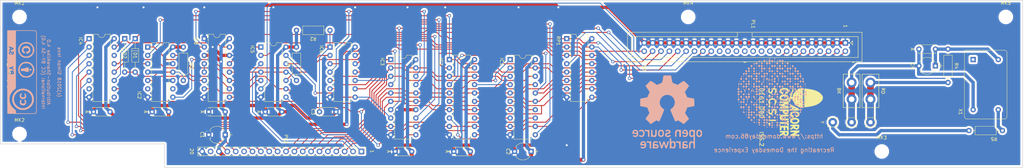
<source format=kicad_pcb>
(kicad_pcb (version 4) (host pcbnew 4.0.7)
  (title_block (title "Acorn AIV SCSI Adapter Replica") (date 2018-05-27) (rev 1.1) (company https://www.domesday86.com) (comment 1 "(c)2018 Simon Inns") (comment 2 "License: Attribution-ShareAlike 4.0 International (CC BY-SA 4.0)"))
  (layers (0 F.Cu signal) (31 B.Cu signal) (34 B.Paste user) (35 F.Paste user) (36 B.SilkS user) (37 F.SilkS user) (38 B.Mask user) (39 F.Mask user) (44 Edge.Cuts user))
  (net 0 "")
  (net 1 +5V)
  (net 2 GND)
  (net 3 +5VA)
  (net 4 GNDA)
  (net 5 "Net-(C3-Pad1)")
  (net 6 "Net-(IC1-Pad1)")
  (net 7 "Net-(IC1-Pad11)")
  (net 8 "/AIV Logic/SCSI_~DB7")
  (net 9 "/AIV Logic/SCSI_~DB0")
  (net 10 "/AIV Logic/BBC_D7")
  (net 11 "/AIV Logic/BBC_D3")
  (net 12 "/AIV Logic/BBC_D6")
  (net 13 "/AIV Logic/BBC_D2")
  (net 14 "/AIV Logic/SCSI_~DB5")
  (net 15 "/AIV Logic/SCSI_~DB3")
  (net 16 "/AIV Logic/SCSI_~DB2")
  (net 17 "/AIV Logic/SCSI_~DB4")
  (net 18 "/AIV Logic/BBC_D5")
  (net 19 "/AIV Logic/BBC_D1")
  (net 20 "/AIV Logic/BBC_D4")
  (net 21 "/AIV Logic/BBC_D0")
  (net 22 "/AIV Logic/SCSI_~DB1")
  (net 23 "/AIV Logic/SCSI_~DB6")
  (net 24 "Net-(D2-Pad1)")
  (net 25 "Net-(IC3-Pad1)")
  (net 26 "Net-(IC3-Pad13)")
  (net 27 "Net-(IC3-Pad4)")
  (net 28 "/AIV Logic/SCSI_~RST")
  (net 29 "Net-(IC3-Pad17)")
  (net 30 "Net-(IC3-Pad8)")
  (net 31 "Net-(IC3-Pad18)")
  (net 32 "/Internal 1MHz Bus/A0")
  (net 33 "/Internal 1MHz Bus/A1")
  (net 34 "/AIV Logic/BBC_R/~W")
  (net 35 "/Internal 1MHz Bus/A2")
  (net 36 "Net-(IC4-Pad12)")
  (net 37 "/AIV Logic/BBC_~MODEM")
  (net 38 "Net-(IC4-Pad13)")
  (net 39 "/Internal 1MHz Bus/1MHZE")
  (net 40 "Net-(D1-Pad1)")
  (net 41 "Net-(IC5-Pad1)")
  (net 42 "/AIV Logic/BBC_~IRQ")
  (net 43 "/AIV Logic/SCSI_~ACK")
  (net 44 "/AIV Logic/BBC_~RST")
  (net 45 "Net-(IC5-Pad11)")
  (net 46 "Net-(IC5-Pad5)")
  (net 47 "/AIV Logic/SCSI_~SEL")
  (net 48 "Net-(IC6-Pad2)")
  (net 49 "/AIV Logic/SCSI_~BSY")
  (net 50 "/AIV Logic/SCSI_!REQ")
  (net 51 "/AIV Logic/SCSI_~I~/O")
  (net 52 "/AIV Logic/SCSI_~C~/D")
  (net 53 "/AIV Logic/SCSI_~MSG")
  (net 54 "Net-(D1-Pad2)")
  (net 55 "Net-(IC7-Pad5)")
  (net 56 "Net-(IC8-Pad4)")
  (net 57 "Net-(J1-Pad1)")
  (net 58 "Net-(J4-Pad1)")
  (net 59 "Net-(OSC1-Pad8)")
  (net 60 "Net-(PL1-Pad34)")
  (module Capacitors_THT:C_Disc_D5.0mm_W2.5mm_P5.00mm (layer F.Cu) (at 87.122 149.733 180)
    (fp_text reference A1 hide)
    (fp_text value 33nF)
    (pad 1 thru_hole circle (at 0 0 180) (size 1.6 1.6) (drill 0.8) (layers *.Cu *.Mask) (net 1 +5V))
    (pad 2 thru_hole circle (at 5 0 180) (size 1.6 1.6) (drill 0.8) (layers *.Cu *.Mask) (net 2 GND))
  )
  (module Capacitors_THT:C_Disc_D5.0mm_W2.5mm_P5.00mm (layer F.Cu) (at 104.902 149.733 180)
    (fp_text reference A2 hide)
    (fp_text value 33nF)
    (pad 1 thru_hole circle (at 0 0 180) (size 1.6 1.6) (drill 0.8) (layers *.Cu *.Mask) (net 1 +5V))
    (pad 2 thru_hole circle (at 5 0 180) (size 1.6 1.6) (drill 0.8) (layers *.Cu *.Mask) (net 2 GND))
  )
  (module Capacitors_THT:C_Disc_D5.0mm_W2.5mm_P5.00mm (layer F.Cu) (at 122.047 149.733 180)
    (fp_text reference A3 hide)
    (fp_text value 33nF)
    (pad 1 thru_hole circle (at 0 0 180) (size 1.6 1.6) (drill 0.8) (layers *.Cu *.Mask) (net 1 +5V))
    (pad 2 thru_hole circle (at 5 0 180) (size 1.6 1.6) (drill 0.8) (layers *.Cu *.Mask) (net 2 GND))
  )
  (module Capacitors_THT:C_Disc_D5.0mm_W2.5mm_P5.00mm (layer F.Cu) (at 139.192 149.733 180)
    (fp_text reference A4 hide)
    (fp_text value 33nF)
    (pad 1 thru_hole circle (at 0 0 180) (size 1.6 1.6) (drill 0.8) (layers *.Cu *.Mask) (net 1 +5V))
    (pad 2 thru_hole circle (at 5 0 180) (size 1.6 1.6) (drill 0.8) (layers *.Cu *.Mask) (net 2 GND))
  )
  (module Capacitors_THT:C_Disc_D5.0mm_W2.5mm_P5.00mm (layer F.Cu) (at 178.562 161.798 180)
    (fp_text reference A5 hide)
    (fp_text value 33nF)
    (pad 1 thru_hole circle (at 0 0 180) (size 1.6 1.6) (drill 0.8) (layers *.Cu *.Mask) (net 1 +5V))
    (pad 2 thru_hole circle (at 5 0 180) (size 1.6 1.6) (drill 0.8) (layers *.Cu *.Mask) (net 2 GND))
  )
  (module Capacitors_THT:C_Disc_D5.0mm_W2.5mm_P5.00mm (layer F.Cu) (at 196.342 161.798 180)
    (fp_text reference A6 hide)
    (fp_text value 33nF)
    (pad 1 thru_hole circle (at 0 0 180) (size 1.6 1.6) (drill 0.8) (layers *.Cu *.Mask) (net 1 +5V))
    (pad 2 thru_hole circle (at 5 0 180) (size 1.6 1.6) (drill 0.8) (layers *.Cu *.Mask) (net 2 GND))
  )
  (module Capacitors_THT:C_Disc_D5.0mm_W2.5mm_P5.00mm (layer F.Cu) (at 337.312 130.683 180)
    (fp_text reference A7 hide)
    (fp_text value 33nF)
    (pad 1 thru_hole circle (at 0 0 180) (size 1.6 1.6) (drill 0.8) (layers *.Cu *.Mask) (net 3 +5VA))
    (pad 2 thru_hole circle (at 5 0 180) (size 1.6 1.6) (drill 0.8) (layers *.Cu *.Mask) (net 4 GNDA))
  )
  (module Capacitors_THT:C_Disc_D5.0mm_W2.5mm_P5.00mm (layer F.Cu) (at 150.622 149.733)
    (fp_text reference C3 hide)
    (fp_text value 100pF)
    (pad 1 thru_hole circle (at 0 0) (size 1.6 1.6) (drill 0.8) (layers *.Cu *.Mask) (net 5 "Net-(C3-Pad1)"))
    (pad 2 thru_hole circle (at 5 0) (size 1.6 1.6) (drill 0.8) (layers *.Cu *.Mask) (net 2 GND))
  )
  (module Housings_DIP:DIP-20_W7.62mm (layer F.Cu) (at 208.407 133.858)
    (fp_text reference IC1 hide)
    (fp_text value 74AS373)
    (pad 1 thru_hole rect (at 0 0) (size 1.6 1.6) (drill 0.8) (layers *.Cu *.Mask) (net 6 "Net-(IC1-Pad1)"))
    (pad 11 thru_hole oval (at 7.62 22.86) (size 1.6 1.6) (drill 0.8) (layers *.Cu *.Mask) (net 7 "Net-(IC1-Pad11)"))
    (pad 2 thru_hole oval (at 0 2.54) (size 1.6 1.6) (drill 0.8) (layers *.Cu *.Mask) (net 8 "/AIV Logic/SCSI_~DB7"))
    (pad 12 thru_hole oval (at 7.62 20.32) (size 1.6 1.6) (drill 0.8) (layers *.Cu *.Mask) (net 9 "/AIV Logic/SCSI_~DB0"))
    (pad 3 thru_hole oval (at 0 5.08) (size 1.6 1.6) (drill 0.8) (layers *.Cu *.Mask) (net 10 "/AIV Logic/BBC_D7"))
    (pad 13 thru_hole oval (at 7.62 17.78) (size 1.6 1.6) (drill 0.8) (layers *.Cu *.Mask) (net 21 "/AIV Logic/BBC_D0"))
    (pad 4 thru_hole oval (at 0 7.62) (size 1.6 1.6) (drill 0.8) (layers *.Cu *.Mask) (net 18 "/AIV Logic/BBC_D5"))
    (pad 14 thru_hole oval (at 7.62 15.24) (size 1.6 1.6) (drill 0.8) (layers *.Cu *.Mask) (net 11 "/AIV Logic/BBC_D3"))
    (pad 5 thru_hole oval (at 0 10.16) (size 1.6 1.6) (drill 0.8) (layers *.Cu *.Mask) (net 14 "/AIV Logic/SCSI_~DB5"))
    (pad 15 thru_hole oval (at 7.62 12.7) (size 1.6 1.6) (drill 0.8) (layers *.Cu *.Mask) (net 15 "/AIV Logic/SCSI_~DB3"))
    (pad 6 thru_hole oval (at 0 12.7) (size 1.6 1.6) (drill 0.8) (layers *.Cu *.Mask) (net 16 "/AIV Logic/SCSI_~DB2"))
    (pad 16 thru_hole oval (at 7.62 10.16) (size 1.6 1.6) (drill 0.8) (layers *.Cu *.Mask) (net 17 "/AIV Logic/SCSI_~DB4"))
    (pad 7 thru_hole oval (at 0 15.24) (size 1.6 1.6) (drill 0.8) (layers *.Cu *.Mask) (net 13 "/AIV Logic/BBC_D2"))
    (pad 17 thru_hole oval (at 7.62 7.62) (size 1.6 1.6) (drill 0.8) (layers *.Cu *.Mask) (net 20 "/AIV Logic/BBC_D4"))
    (pad 8 thru_hole oval (at 0 17.78) (size 1.6 1.6) (drill 0.8) (layers *.Cu *.Mask) (net 19 "/AIV Logic/BBC_D1"))
    (pad 18 thru_hole oval (at 7.62 5.08) (size 1.6 1.6) (drill 0.8) (layers *.Cu *.Mask) (net 12 "/AIV Logic/BBC_D6"))
    (pad 9 thru_hole oval (at 0 20.32) (size 1.6 1.6) (drill 0.8) (layers *.Cu *.Mask) (net 22 "/AIV Logic/SCSI_~DB1"))
    (pad 19 thru_hole oval (at 7.62 2.54) (size 1.6 1.6) (drill 0.8) (layers *.Cu *.Mask) (net 23 "/AIV Logic/SCSI_~DB6"))
    (pad 10 thru_hole oval (at 0 22.86) (size 1.6 1.6) (drill 0.8) (layers *.Cu *.Mask) (net 2 GND))
    (pad 20 thru_hole oval (at 7.62 0) (size 1.6 1.6) (drill 0.8) (layers *.Cu *.Mask) (net 1 +5V))
  )
  (module Housings_DIP:DIP-20_W7.62mm (layer F.Cu) (at 189.992 133.858)
    (fp_text reference IC2 hide)
    (fp_text value 74LS240)
    (pad 1 thru_hole rect (at 0 0) (size 1.6 1.6) (drill 0.8) (layers *.Cu *.Mask) (net 40 "Net-(D1-Pad1)"))
    (pad 11 thru_hole oval (at 7.62 22.86) (size 1.6 1.6) (drill 0.8) (layers *.Cu *.Mask) (net 22 "/AIV Logic/SCSI_~DB1"))
    (pad 2 thru_hole oval (at 0 2.54) (size 1.6 1.6) (drill 0.8) (layers *.Cu *.Mask) (net 23 "/AIV Logic/SCSI_~DB6"))
    (pad 12 thru_hole oval (at 7.62 20.32) (size 1.6 1.6) (drill 0.8) (layers *.Cu *.Mask) (net 21 "/AIV Logic/BBC_D0"))
    (pad 3 thru_hole oval (at 0 5.08) (size 1.6 1.6) (drill 0.8) (layers *.Cu *.Mask) (net 10 "/AIV Logic/BBC_D7"))
    (pad 13 thru_hole oval (at 7.62 17.78) (size 1.6 1.6) (drill 0.8) (layers *.Cu *.Mask) (net 16 "/AIV Logic/SCSI_~DB2"))
    (pad 4 thru_hole oval (at 0 7.62) (size 1.6 1.6) (drill 0.8) (layers *.Cu *.Mask) (net 17 "/AIV Logic/SCSI_~DB4"))
    (pad 14 thru_hole oval (at 7.62 15.24) (size 1.6 1.6) (drill 0.8) (layers *.Cu *.Mask) (net 11 "/AIV Logic/BBC_D3"))
    (pad 5 thru_hole oval (at 0 10.16) (size 1.6 1.6) (drill 0.8) (layers *.Cu *.Mask) (net 18 "/AIV Logic/BBC_D5"))
    (pad 15 thru_hole oval (at 7.62 12.7) (size 1.6 1.6) (drill 0.8) (layers *.Cu *.Mask) (net 14 "/AIV Logic/SCSI_~DB5"))
    (pad 6 thru_hole oval (at 0 12.7) (size 1.6 1.6) (drill 0.8) (layers *.Cu *.Mask) (net 15 "/AIV Logic/SCSI_~DB3"))
    (pad 16 thru_hole oval (at 7.62 10.16) (size 1.6 1.6) (drill 0.8) (layers *.Cu *.Mask) (net 20 "/AIV Logic/BBC_D4"))
    (pad 7 thru_hole oval (at 0 15.24) (size 1.6 1.6) (drill 0.8) (layers *.Cu *.Mask) (net 13 "/AIV Logic/BBC_D2"))
    (pad 17 thru_hole oval (at 7.62 7.62) (size 1.6 1.6) (drill 0.8) (layers *.Cu *.Mask) (net 8 "/AIV Logic/SCSI_~DB7"))
    (pad 8 thru_hole oval (at 0 17.78) (size 1.6 1.6) (drill 0.8) (layers *.Cu *.Mask) (net 9 "/AIV Logic/SCSI_~DB0"))
    (pad 18 thru_hole oval (at 7.62 5.08) (size 1.6 1.6) (drill 0.8) (layers *.Cu *.Mask) (net 12 "/AIV Logic/BBC_D6"))
    (pad 9 thru_hole oval (at 0 20.32) (size 1.6 1.6) (drill 0.8) (layers *.Cu *.Mask) (net 19 "/AIV Logic/BBC_D1"))
    (pad 19 thru_hole oval (at 7.62 2.54) (size 1.6 1.6) (drill 0.8) (layers *.Cu *.Mask) (net 40 "Net-(D1-Pad1)"))
    (pad 10 thru_hole oval (at 0 22.86) (size 1.6 1.6) (drill 0.8) (layers *.Cu *.Mask) (net 2 GND))
    (pad 20 thru_hole oval (at 7.62 0) (size 1.6 1.6) (drill 0.8) (layers *.Cu *.Mask) (net 1 +5V))
  )
  (module Housings_DIP:DIP-20_W7.62mm (layer F.Cu) (at 172.212 133.858)
    (fp_text reference IC3 hide)
    (fp_text value 74LS373)
    (pad 1 thru_hole rect (at 0 0) (size 1.6 1.6) (drill 0.8) (layers *.Cu *.Mask) (net 25 "Net-(IC3-Pad1)"))
    (pad 11 thru_hole oval (at 7.62 22.86) (size 1.6 1.6) (drill 0.8) (layers *.Cu *.Mask) (net 25 "Net-(IC3-Pad1)"))
    (pad 2 thru_hole oval (at 0 2.54) (size 1.6 1.6) (drill 0.8) (layers *.Cu *.Mask) (net 12 "/AIV Logic/BBC_D6"))
    (pad 12 thru_hole oval (at 7.62 20.32) (size 1.6 1.6) (drill 0.8) (layers *.Cu *.Mask) (net 21 "/AIV Logic/BBC_D0"))
    (pad 3 thru_hole oval (at 0 5.08) (size 1.6 1.6) (drill 0.8) (layers *.Cu *.Mask) (net 6 "Net-(IC1-Pad1)"))
    (pad 13 thru_hole oval (at 7.62 17.78) (size 1.6 1.6) (drill 0.8) (layers *.Cu *.Mask) (net 26 "Net-(IC3-Pad13)"))
    (pad 4 thru_hole oval (at 0 7.62) (size 1.6 1.6) (drill 0.8) (layers *.Cu *.Mask) (net 27 "Net-(IC3-Pad4)"))
    (pad 14 thru_hole oval (at 7.62 15.24) (size 1.6 1.6) (drill 0.8) (layers *.Cu *.Mask) (net 2 GND))
    (pad 5 thru_hole oval (at 0 10.16) (size 1.6 1.6) (drill 0.8) (layers *.Cu *.Mask) (net 20 "/AIV Logic/BBC_D4"))
    (pad 15 thru_hole oval (at 7.62 12.7) (size 1.6 1.6) (drill 0.8) (layers *.Cu *.Mask) (net 11 "/AIV Logic/BBC_D3"))
    (pad 6 thru_hole oval (at 0 12.7) (size 1.6 1.6) (drill 0.8) (layers *.Cu *.Mask) (net 13 "/AIV Logic/BBC_D2"))
    (pad 16 thru_hole oval (at 7.62 10.16) (size 1.6 1.6) (drill 0.8) (layers *.Cu *.Mask) (net 18 "/AIV Logic/BBC_D5"))
    (pad 7 thru_hole oval (at 0 15.24) (size 1.6 1.6) (drill 0.8) (layers *.Cu *.Mask) (net 28 "/AIV Logic/SCSI_~RST"))
    (pad 17 thru_hole oval (at 7.62 7.62) (size 1.6 1.6) (drill 0.8) (layers *.Cu *.Mask) (net 29 "Net-(IC3-Pad17)"))
    (pad 8 thru_hole oval (at 0 17.78) (size 1.6 1.6) (drill 0.8) (layers *.Cu *.Mask) (net 30 "Net-(IC3-Pad8)"))
    (pad 18 thru_hole oval (at 7.62 5.08) (size 1.6 1.6) (drill 0.8) (layers *.Cu *.Mask) (net 31 "Net-(IC3-Pad18)"))
    (pad 9 thru_hole oval (at 0 20.32) (size 1.6 1.6) (drill 0.8) (layers *.Cu *.Mask) (net 19 "/AIV Logic/BBC_D1"))
    (pad 19 thru_hole oval (at 7.62 2.54) (size 1.6 1.6) (drill 0.8) (layers *.Cu *.Mask) (net 10 "/AIV Logic/BBC_D7"))
    (pad 10 thru_hole oval (at 0 22.86) (size 1.6 1.6) (drill 0.8) (layers *.Cu *.Mask) (net 2 GND))
    (pad 20 thru_hole oval (at 7.62 0) (size 1.6 1.6) (drill 0.8) (layers *.Cu *.Mask) (net 1 +5V))
  )
  (module Housings_DIP:DIP-16_W7.62mm (layer F.Cu) (at 80.772 127.508)
    (fp_text reference IC4 hide)
    (fp_text value 74HC138)
    (pad 1 thru_hole rect (at 0 0) (size 1.6 1.6) (drill 0.8) (layers *.Cu *.Mask) (net 32 "/Internal 1MHz Bus/A0"))
    (pad 9 thru_hole oval (at 7.62 17.78) (size 1.6 1.6) (drill 0.8) (layers *.Cu *.Mask))
    (pad 2 thru_hole oval (at 0 2.54) (size 1.6 1.6) (drill 0.8) (layers *.Cu *.Mask) (net 33 "/Internal 1MHz Bus/A1"))
    (pad 10 thru_hole oval (at 7.62 15.24) (size 1.6 1.6) (drill 0.8) (layers *.Cu *.Mask) (net 25 "Net-(IC3-Pad1)"))
    (pad 3 thru_hole oval (at 0 5.08) (size 1.6 1.6) (drill 0.8) (layers *.Cu *.Mask) (net 34 "/AIV Logic/BBC_R/~W"))
    (pad 11 thru_hole oval (at 7.62 12.7) (size 1.6 1.6) (drill 0.8) (layers *.Cu *.Mask) (net 40 "Net-(D1-Pad1)"))
    (pad 4 thru_hole oval (at 0 7.62) (size 1.6 1.6) (drill 0.8) (layers *.Cu *.Mask) (net 35 "/Internal 1MHz Bus/A2"))
    (pad 12 thru_hole oval (at 7.62 10.16) (size 1.6 1.6) (drill 0.8) (layers *.Cu *.Mask) (net 36 "Net-(IC4-Pad12)"))
    (pad 5 thru_hole oval (at 0 10.16) (size 1.6 1.6) (drill 0.8) (layers *.Cu *.Mask) (net 37 "/AIV Logic/BBC_~MODEM"))
    (pad 13 thru_hole oval (at 7.62 7.62) (size 1.6 1.6) (drill 0.8) (layers *.Cu *.Mask) (net 38 "Net-(IC4-Pad13)"))
    (pad 6 thru_hole oval (at 0 12.7) (size 1.6 1.6) (drill 0.8) (layers *.Cu *.Mask) (net 39 "/Internal 1MHz Bus/1MHZE"))
    (pad 14 thru_hole oval (at 7.62 5.08) (size 1.6 1.6) (drill 0.8) (layers *.Cu *.Mask))
    (pad 7 thru_hole oval (at 0 15.24) (size 1.6 1.6) (drill 0.8) (layers *.Cu *.Mask))
    (pad 15 thru_hole oval (at 7.62 2.54) (size 1.6 1.6) (drill 0.8) (layers *.Cu *.Mask) (net 24 "Net-(D2-Pad1)"))
    (pad 8 thru_hole oval (at 0 17.78) (size 1.6 1.6) (drill 0.8) (layers *.Cu *.Mask) (net 2 GND))
    (pad 16 thru_hole oval (at 7.62 0) (size 1.6 1.6) (drill 0.8) (layers *.Cu *.Mask) (net 1 +5V))
  )
  (module Housings_DIP:DIP-14_W7.62mm (layer F.Cu) (at 132.842 130.048)
    (fp_text reference IC5 hide)
    (fp_text value 7407)
    (pad 1 thru_hole rect (at 0 0) (size 1.6 1.6) (drill 0.8) (layers *.Cu *.Mask) (net 41 "Net-(IC5-Pad1)"))
    (pad 8 thru_hole oval (at 7.62 15.24) (size 1.6 1.6) (drill 0.8) (layers *.Cu *.Mask) (net 42 "/AIV Logic/BBC_~IRQ"))
    (pad 2 thru_hole oval (at 0 2.54) (size 1.6 1.6) (drill 0.8) (layers *.Cu *.Mask) (net 43 "/AIV Logic/SCSI_~ACK"))
    (pad 9 thru_hole oval (at 7.62 12.7) (size 1.6 1.6) (drill 0.8) (layers *.Cu *.Mask) (net 27 "Net-(IC3-Pad4)"))
    (pad 3 thru_hole oval (at 0 5.08) (size 1.6 1.6) (drill 0.8) (layers *.Cu *.Mask) (net 44 "/AIV Logic/BBC_~RST"))
    (pad 10 thru_hole oval (at 7.62 10.16) (size 1.6 1.6) (drill 0.8) (layers *.Cu *.Mask) (net 28 "/AIV Logic/SCSI_~RST"))
    (pad 4 thru_hole oval (at 0 7.62) (size 1.6 1.6) (drill 0.8) (layers *.Cu *.Mask) (net 45 "Net-(IC5-Pad11)"))
    (pad 11 thru_hole oval (at 7.62 7.62) (size 1.6 1.6) (drill 0.8) (layers *.Cu *.Mask) (net 45 "Net-(IC5-Pad11)"))
    (pad 5 thru_hole oval (at 0 10.16) (size 1.6 1.6) (drill 0.8) (layers *.Cu *.Mask) (net 46 "Net-(IC5-Pad5)"))
    (pad 12 thru_hole oval (at 7.62 5.08) (size 1.6 1.6) (drill 0.8) (layers *.Cu *.Mask) (net 5 "Net-(C3-Pad1)"))
    (pad 6 thru_hole oval (at 0 12.7) (size 1.6 1.6) (drill 0.8) (layers *.Cu *.Mask) (net 47 "/AIV Logic/SCSI_~SEL"))
    (pad 13 thru_hole oval (at 7.62 2.54) (size 1.6 1.6) (drill 0.8) (layers *.Cu *.Mask) (net 30 "Net-(IC3-Pad8)"))
    (pad 7 thru_hole oval (at 0 15.24) (size 1.6 1.6) (drill 0.8) (layers *.Cu *.Mask) (net 2 GND))
    (pad 14 thru_hole oval (at 7.62 0) (size 1.6 1.6) (drill 0.8) (layers *.Cu *.Mask) (net 1 +5V))
  )
  (module Housings_DIP:DIP-14_W7.62mm (layer F.Cu) (at 153.797 130.048)
    (fp_text reference IC6 hide)
    (fp_text value 7414)
    (pad 1 thru_hole rect (at 0 0) (size 1.6 1.6) (drill 0.8) (layers *.Cu *.Mask) (net 5 "Net-(C3-Pad1)"))
    (pad 8 thru_hole oval (at 7.62 15.24) (size 1.6 1.6) (drill 0.8) (layers *.Cu *.Mask) (net 30 "Net-(IC3-Pad8)"))
    (pad 2 thru_hole oval (at 0 2.54) (size 1.6 1.6) (drill 0.8) (layers *.Cu *.Mask) (net 48 "Net-(IC6-Pad2)"))
    (pad 9 thru_hole oval (at 7.62 12.7) (size 1.6 1.6) (drill 0.8) (layers *.Cu *.Mask) (net 49 "/AIV Logic/SCSI_~BSY"))
    (pad 3 thru_hole oval (at 0 5.08) (size 1.6 1.6) (drill 0.8) (layers *.Cu *.Mask) (net 50 "/AIV Logic/SCSI_!REQ"))
    (pad 10 thru_hole oval (at 7.62 10.16) (size 1.6 1.6) (drill 0.8) (layers *.Cu *.Mask) (net 6 "Net-(IC1-Pad1)"))
    (pad 4 thru_hole oval (at 0 7.62) (size 1.6 1.6) (drill 0.8) (layers *.Cu *.Mask) (net 29 "Net-(IC3-Pad17)"))
    (pad 11 thru_hole oval (at 7.62 7.62) (size 1.6 1.6) (drill 0.8) (layers *.Cu *.Mask) (net 51 "/AIV Logic/SCSI_~I~/O"))
    (pad 5 thru_hole oval (at 0 10.16) (size 1.6 1.6) (drill 0.8) (layers *.Cu *.Mask) (net 52 "/AIV Logic/SCSI_~C~/D"))
    (pad 12 thru_hole oval (at 7.62 5.08) (size 1.6 1.6) (drill 0.8) (layers *.Cu *.Mask) (net 26 "Net-(IC3-Pad13)"))
    (pad 6 thru_hole oval (at 0 12.7) (size 1.6 1.6) (drill 0.8) (layers *.Cu *.Mask) (net 31 "Net-(IC3-Pad18)"))
    (pad 13 thru_hole oval (at 7.62 2.54) (size 1.6 1.6) (drill 0.8) (layers *.Cu *.Mask) (net 53 "/AIV Logic/SCSI_~MSG"))
    (pad 7 thru_hole oval (at 0 15.24) (size 1.6 1.6) (drill 0.8) (layers *.Cu *.Mask) (net 2 GND))
    (pad 14 thru_hole oval (at 7.62 0) (size 1.6 1.6) (drill 0.8) (layers *.Cu *.Mask) (net 1 +5V))
  )
  (module Housings_DIP:DIP-14_W7.62mm (layer F.Cu) (at 98.552 130.048)
    (fp_text reference IC7 hide)
    (fp_text value 74HC74)
    (pad 1 thru_hole rect (at 0 0) (size 1.6 1.6) (drill 0.8) (layers *.Cu *.Mask) (net 45 "Net-(IC5-Pad11)"))
    (pad 8 thru_hole oval (at 7.62 15.24) (size 1.6 1.6) (drill 0.8) (layers *.Cu *.Mask) (net 41 "Net-(IC5-Pad1)"))
    (pad 2 thru_hole oval (at 0 2.54) (size 1.6 1.6) (drill 0.8) (layers *.Cu *.Mask) (net 21 "/AIV Logic/BBC_D0"))
    (pad 9 thru_hole oval (at 7.62 12.7) (size 1.6 1.6) (drill 0.8) (layers *.Cu *.Mask))
    (pad 3 thru_hole oval (at 0 5.08) (size 1.6 1.6) (drill 0.8) (layers *.Cu *.Mask) (net 36 "Net-(IC4-Pad12)"))
    (pad 10 thru_hole oval (at 7.62 10.16) (size 1.6 1.6) (drill 0.8) (layers *.Cu *.Mask) (net 1 +5V))
    (pad 4 thru_hole oval (at 0 7.62) (size 1.6 1.6) (drill 0.8) (layers *.Cu *.Mask) (net 1 +5V))
    (pad 11 thru_hole oval (at 7.62 7.62) (size 1.6 1.6) (drill 0.8) (layers *.Cu *.Mask) (net 54 "Net-(D1-Pad2)"))
    (pad 5 thru_hole oval (at 0 10.16) (size 1.6 1.6) (drill 0.8) (layers *.Cu *.Mask) (net 55 "Net-(IC7-Pad5)"))
    (pad 12 thru_hole oval (at 7.62 5.08) (size 1.6 1.6) (drill 0.8) (layers *.Cu *.Mask) (net 1 +5V))
    (pad 6 thru_hole oval (at 0 12.7) (size 1.6 1.6) (drill 0.8) (layers *.Cu *.Mask))
    (pad 13 thru_hole oval (at 7.62 2.54) (size 1.6 1.6) (drill 0.8) (layers *.Cu *.Mask) (net 29 "Net-(IC3-Pad17)"))
    (pad 7 thru_hole oval (at 0 15.24) (size 1.6 1.6) (drill 0.8) (layers *.Cu *.Mask) (net 2 GND))
    (pad 14 thru_hole oval (at 7.62 0) (size 1.6 1.6) (drill 0.8) (layers *.Cu *.Mask) (net 1 +5V))
  )
  (module Housings_DIP:DIP-16_W7.62mm (layer F.Cu) (at 115.697 127.508)
    (fp_text reference IC8 hide)
    (fp_text value 74LS279)
    (pad 1 thru_hole rect (at 0 0) (size 1.6 1.6) (drill 0.8) (layers *.Cu *.Mask) (net 2 GND))
    (pad 9 thru_hole oval (at 7.62 17.78) (size 1.6 1.6) (drill 0.8) (layers *.Cu *.Mask) (net 46 "Net-(IC5-Pad5)"))
    (pad 2 thru_hole oval (at 0 2.54) (size 1.6 1.6) (drill 0.8) (layers *.Cu *.Mask) (net 29 "Net-(IC3-Pad17)"))
    (pad 10 thru_hole oval (at 7.62 15.24) (size 1.6 1.6) (drill 0.8) (layers *.Cu *.Mask) (net 38 "Net-(IC4-Pad13)"))
    (pad 3 thru_hole oval (at 0 5.08) (size 1.6 1.6) (drill 0.8) (layers *.Cu *.Mask) (net 1 +5V))
    (pad 11 thru_hole oval (at 7.62 12.7) (size 1.6 1.6) (drill 0.8) (layers *.Cu *.Mask) (net 45 "Net-(IC5-Pad11)"))
    (pad 4 thru_hole oval (at 0 7.62) (size 1.6 1.6) (drill 0.8) (layers *.Cu *.Mask) (net 56 "Net-(IC8-Pad4)"))
    (pad 12 thru_hole oval (at 7.62 10.16) (size 1.6 1.6) (drill 0.8) (layers *.Cu *.Mask) (net 48 "Net-(IC6-Pad2)"))
    (pad 5 thru_hole oval (at 0 10.16) (size 1.6 1.6) (drill 0.8) (layers *.Cu *.Mask) (net 56 "Net-(IC8-Pad4)"))
    (pad 13 thru_hole oval (at 7.62 7.62) (size 1.6 1.6) (drill 0.8) (layers *.Cu *.Mask) (net 7 "Net-(IC1-Pad11)"))
    (pad 6 thru_hole oval (at 0 12.7) (size 1.6 1.6) (drill 0.8) (layers *.Cu *.Mask) (net 55 "Net-(IC7-Pad5)"))
    (pad 14 thru_hole oval (at 7.62 5.08) (size 1.6 1.6) (drill 0.8) (layers *.Cu *.Mask) (net 2 GND))
    (pad 7 thru_hole oval (at 0 15.24) (size 1.6 1.6) (drill 0.8) (layers *.Cu *.Mask) (net 27 "Net-(IC3-Pad4)"))
    (pad 15 thru_hole oval (at 7.62 2.54) (size 1.6 1.6) (drill 0.8) (layers *.Cu *.Mask) (net 24 "Net-(D2-Pad1)"))
    (pad 8 thru_hole oval (at 0 17.78) (size 1.6 1.6) (drill 0.8) (layers *.Cu *.Mask) (net 2 GND))
    (pad 16 thru_hole oval (at 7.62 0) (size 1.6 1.6) (drill 0.8) (layers *.Cu *.Mask) (net 1 +5V))
  )
  (module Oscillators:Oscillator_DIP-14 (layer F.Cu) (at 348.742 133.858 270)
    (fp_text reference OSC1 hide)
    (fp_text value VTCXO-14)
    (pad 1 thru_hole rect (at 0 0 270) (size 1.6 1.6) (drill 0.8) (layers *.Cu *.Mask))
    (pad 14 thru_hole circle (at 0 -7.62 270) (size 1.6 1.6) (drill 0.8) (layers *.Cu *.Mask) (net 3 +5VA))
    (pad 8 thru_hole circle (at 15.24 -7.62 270) (size 1.6 1.6) (drill 0.8) (layers *.Cu *.Mask) (net 59 "Net-(OSC1-Pad8)"))
    (pad 7 thru_hole circle (at 15.24 0 270) (size 1.6 1.6) (drill 0.8) (layers *.Cu *.Mask) (net 4 GNDA))
  )
  (module Pin_Headers:Pin_Header_Straight_1x20_Pitch2.54mm (layer F.Cu) (at 163.322 161.798 270)
    (fp_text reference PL2 hide)
    (fp_text value "20 Way SIL")
    (pad 1 thru_hole rect (at 0 0 270) (size 1.7 1.7) (drill 1) (layers *.Cu *.Mask) (net 42 "/AIV Logic/BBC_~IRQ"))
    (pad 2 thru_hole oval (at 0 2.54 270) (size 1.7 1.7) (drill 1) (layers *.Cu *.Mask) (net 44 "/AIV Logic/BBC_~RST"))
    (pad 3 thru_hole oval (at 0 5.08 270) (size 1.7 1.7) (drill 1) (layers *.Cu *.Mask) (net 21 "/AIV Logic/BBC_D0"))
    (pad 4 thru_hole oval (at 0 7.62 270) (size 1.7 1.7) (drill 1) (layers *.Cu *.Mask) (net 19 "/AIV Logic/BBC_D1"))
    (pad 5 thru_hole oval (at 0 10.16 270) (size 1.7 1.7) (drill 1) (layers *.Cu *.Mask) (net 13 "/AIV Logic/BBC_D2"))
    (pad 6 thru_hole oval (at 0 12.7 270) (size 1.7 1.7) (drill 1) (layers *.Cu *.Mask) (net 11 "/AIV Logic/BBC_D3"))
    (pad 7 thru_hole oval (at 0 15.24 270) (size 1.7 1.7) (drill 1) (layers *.Cu *.Mask) (net 20 "/AIV Logic/BBC_D4"))
    (pad 8 thru_hole oval (at 0 17.78 270) (size 1.7 1.7) (drill 1) (layers *.Cu *.Mask) (net 18 "/AIV Logic/BBC_D5"))
    (pad 9 thru_hole oval (at 0 20.32 270) (size 1.7 1.7) (drill 1) (layers *.Cu *.Mask) (net 12 "/AIV Logic/BBC_D6"))
    (pad 10 thru_hole oval (at 0 22.86 270) (size 1.7 1.7) (drill 1) (layers *.Cu *.Mask) (net 10 "/AIV Logic/BBC_D7"))
    (pad 11 thru_hole oval (at 0 25.4 270) (size 1.7 1.7) (drill 1) (layers *.Cu *.Mask) (net 37 "/AIV Logic/BBC_~MODEM"))
    (pad 12 thru_hole oval (at 0 27.94 270) (size 1.7 1.7) (drill 1) (layers *.Cu *.Mask) (net 32 "/Internal 1MHz Bus/A0"))
    (pad 13 thru_hole oval (at 0 30.48 270) (size 1.7 1.7) (drill 1) (layers *.Cu *.Mask) (net 33 "/Internal 1MHz Bus/A1"))
    (pad 14 thru_hole oval (at 0 33.02 270) (size 1.7 1.7) (drill 1) (layers *.Cu *.Mask) (net 35 "/Internal 1MHz Bus/A2"))
    (pad 15 thru_hole oval (at 0 35.56 270) (size 1.7 1.7) (drill 1) (layers *.Cu *.Mask))
    (pad 16 thru_hole oval (at 0 38.1 270) (size 1.7 1.7) (drill 1) (layers *.Cu *.Mask) (net 39 "/Internal 1MHz Bus/1MHZE"))
    (pad 17 thru_hole oval (at 0 40.64 270) (size 1.7 1.7) (drill 1) (layers *.Cu *.Mask) (net 34 "/AIV Logic/BBC_R/~W"))
    (pad 18 thru_hole oval (at 0 43.18 270) (size 1.7 1.7) (drill 1) (layers *.Cu *.Mask) (net 1 +5V))
    (pad 19 thru_hole oval (at 0 45.72 270) (size 1.7 1.7) (drill 1) (layers *.Cu *.Mask))
    (pad 20 thru_hole oval (at 0 48.26 270) (size 1.7 1.7) (drill 1) (layers *.Cu *.Mask) (net 2 GND))
  )
  (module Housings_DIP:DIP-16_W7.62mm (layer F.Cu) (at 225.552 127.508)
    (fp_text reference RP1 hide)
    (fp_text value Bourns-4116R-3-221/331)
    (pad 1 thru_hole rect (at 0 0) (size 1.6 1.6) (drill 0.8) (layers *.Cu *.Mask) (net 53 "/AIV Logic/SCSI_~MSG"))
    (pad 9 thru_hole oval (at 7.62 17.78) (size 1.6 1.6) (drill 0.8) (layers *.Cu *.Mask) (net 9 "/AIV Logic/SCSI_~DB0"))
    (pad 2 thru_hole oval (at 0 2.54) (size 1.6 1.6) (drill 0.8) (layers *.Cu *.Mask) (net 51 "/AIV Logic/SCSI_~I~/O"))
    (pad 10 thru_hole oval (at 7.62 15.24) (size 1.6 1.6) (drill 0.8) (layers *.Cu *.Mask) (net 22 "/AIV Logic/SCSI_~DB1"))
    (pad 3 thru_hole oval (at 0 5.08) (size 1.6 1.6) (drill 0.8) (layers *.Cu *.Mask) (net 49 "/AIV Logic/SCSI_~BSY"))
    (pad 11 thru_hole oval (at 7.62 12.7) (size 1.6 1.6) (drill 0.8) (layers *.Cu *.Mask) (net 15 "/AIV Logic/SCSI_~DB3"))
    (pad 4 thru_hole oval (at 0 7.62) (size 1.6 1.6) (drill 0.8) (layers *.Cu *.Mask) (net 60 "Net-(PL1-Pad34)"))
    (pad 12 thru_hole oval (at 7.62 10.16) (size 1.6 1.6) (drill 0.8) (layers *.Cu *.Mask) (net 14 "/AIV Logic/SCSI_~DB5"))
    (pad 5 thru_hole oval (at 0 10.16) (size 1.6 1.6) (drill 0.8) (layers *.Cu *.Mask) (net 23 "/AIV Logic/SCSI_~DB6"))
    (pad 13 thru_hole oval (at 7.62 7.62) (size 1.6 1.6) (drill 0.8) (layers *.Cu *.Mask) (net 8 "/AIV Logic/SCSI_~DB7"))
    (pad 6 thru_hole oval (at 0 12.7) (size 1.6 1.6) (drill 0.8) (layers *.Cu *.Mask) (net 17 "/AIV Logic/SCSI_~DB4"))
    (pad 14 thru_hole oval (at 7.62 5.08) (size 1.6 1.6) (drill 0.8) (layers *.Cu *.Mask) (net 52 "/AIV Logic/SCSI_~C~/D"))
    (pad 7 thru_hole oval (at 0 15.24) (size 1.6 1.6) (drill 0.8) (layers *.Cu *.Mask) (net 16 "/AIV Logic/SCSI_~DB2"))
    (pad 15 thru_hole oval (at 7.62 2.54) (size 1.6 1.6) (drill 0.8) (layers *.Cu *.Mask) (net 50 "/AIV Logic/SCSI_!REQ"))
    (pad 8 thru_hole oval (at 0 17.78) (size 1.6 1.6) (drill 0.8) (layers *.Cu *.Mask) (net 2 GND))
    (pad 16 thru_hole oval (at 7.62 0) (size 1.6 1.6) (drill 0.8) (layers *.Cu *.Mask) (net 1 +5V))
  )
  (module Connectors_Multicomp:Multicomp_MC9A12-5034_2x25x2.54mm_Straight (layer F.Cu) (at 310.007 128.778 180)
    (fp_text reference PL1 hide)
    (fp_text value "50 Way IDC Plug")
    (pad 1 thru_hole rect (at 0 0 180) (size 1.7 1.7) (drill 1) (layers *.Cu *.Mask) (net 2 GND))
    (pad 2 thru_hole circle (at 0 -2.54 180) (size 1.7 1.7) (drill 1) (layers *.Cu *.Mask) (net 9 "/AIV Logic/SCSI_~DB0"))
    (pad 3 thru_hole circle (at 2.54 0 180) (size 1.7 1.7) (drill 1) (layers *.Cu *.Mask) (net 2 GND))
    (pad 4 thru_hole circle (at 2.54 -2.54 180) (size 1.7 1.7) (drill 1) (layers *.Cu *.Mask) (net 22 "/AIV Logic/SCSI_~DB1"))
    (pad 5 thru_hole circle (at 5.08 0 180) (size 1.7 1.7) (drill 1) (layers *.Cu *.Mask) (net 2 GND))
    (pad 6 thru_hole circle (at 5.08 -2.54 180) (size 1.7 1.7) (drill 1) (layers *.Cu *.Mask) (net 16 "/AIV Logic/SCSI_~DB2"))
    (pad 7 thru_hole circle (at 7.62 0 180) (size 1.7 1.7) (drill 1) (layers *.Cu *.Mask) (net 2 GND))
    (pad 8 thru_hole circle (at 7.62 -2.54 180) (size 1.7 1.7) (drill 1) (layers *.Cu *.Mask) (net 15 "/AIV Logic/SCSI_~DB3"))
    (pad 9 thru_hole circle (at 10.16 0 180) (size 1.7 1.7) (drill 1) (layers *.Cu *.Mask) (net 2 GND))
    (pad 10 thru_hole circle (at 10.16 -2.54 180) (size 1.7 1.7) (drill 1) (layers *.Cu *.Mask) (net 17 "/AIV Logic/SCSI_~DB4"))
    (pad 11 thru_hole circle (at 12.7 0 180) (size 1.7 1.7) (drill 1) (layers *.Cu *.Mask) (net 2 GND))
    (pad 12 thru_hole circle (at 12.7 -2.54 180) (size 1.7 1.7) (drill 1) (layers *.Cu *.Mask) (net 14 "/AIV Logic/SCSI_~DB5"))
    (pad 13 thru_hole circle (at 15.24 0 180) (size 1.7 1.7) (drill 1) (layers *.Cu *.Mask) (net 2 GND))
    (pad 14 thru_hole circle (at 15.24 -2.54 180) (size 1.7 1.7) (drill 1) (layers *.Cu *.Mask) (net 23 "/AIV Logic/SCSI_~DB6"))
    (pad 15 thru_hole circle (at 17.78 0 180) (size 1.7 1.7) (drill 1) (layers *.Cu *.Mask) (net 2 GND))
    (pad 16 thru_hole circle (at 17.78 -2.54 180) (size 1.7 1.7) (drill 1) (layers *.Cu *.Mask) (net 8 "/AIV Logic/SCSI_~DB7"))
    (pad 17 thru_hole circle (at 20.32 0 180) (size 1.7 1.7) (drill 1) (layers *.Cu *.Mask) (net 2 GND))
    (pad 18 thru_hole circle (at 20.32 -2.54 180) (size 1.7 1.7) (drill 1) (layers *.Cu *.Mask))
    (pad 19 thru_hole circle (at 22.86 0 180) (size 1.7 1.7) (drill 1) (layers *.Cu *.Mask) (net 2 GND))
    (pad 20 thru_hole circle (at 22.86 -2.54 180) (size 1.7 1.7) (drill 1) (layers *.Cu *.Mask))
    (pad 21 thru_hole circle (at 25.4 0 180) (size 1.7 1.7) (drill 1) (layers *.Cu *.Mask) (net 2 GND))
    (pad 22 thru_hole circle (at 25.4 -2.54 180) (size 1.7 1.7) (drill 1) (layers *.Cu *.Mask))
    (pad 23 thru_hole circle (at 27.94 0 180) (size 1.7 1.7) (drill 1) (layers *.Cu *.Mask) (net 2 GND))
    (pad 24 thru_hole circle (at 27.94 -2.54 180) (size 1.7 1.7) (drill 1) (layers *.Cu *.Mask))
    (pad 25 thru_hole circle (at 30.48 0 180) (size 1.7 1.7) (drill 1) (layers *.Cu *.Mask) (net 2 GND))
    (pad 26 thru_hole circle (at 30.48 -2.54 180) (size 1.7 1.7) (drill 1) (layers *.Cu *.Mask))
    (pad 27 thru_hole circle (at 33.02 0 180) (size 1.7 1.7) (drill 1) (layers *.Cu *.Mask) (net 2 GND))
    (pad 28 thru_hole circle (at 33.02 -2.54 180) (size 1.7 1.7) (drill 1) (layers *.Cu *.Mask))
    (pad 29 thru_hole circle (at 35.56 0 180) (size 1.7 1.7) (drill 1) (layers *.Cu *.Mask) (net 2 GND))
    (pad 30 thru_hole circle (at 35.56 -2.54 180) (size 1.7 1.7) (drill 1) (layers *.Cu *.Mask))
    (pad 31 thru_hole circle (at 38.1 0 180) (size 1.7 1.7) (drill 1) (layers *.Cu *.Mask) (net 2 GND))
    (pad 32 thru_hole circle (at 38.1 -2.54 180) (size 1.7 1.7) (drill 1) (layers *.Cu *.Mask))
    (pad 33 thru_hole circle (at 40.64 0 180) (size 1.7 1.7) (drill 1) (layers *.Cu *.Mask) (net 2 GND))
    (pad 34 thru_hole circle (at 40.64 -2.54 180) (size 1.7 1.7) (drill 1) (layers *.Cu *.Mask) (net 60 "Net-(PL1-Pad34)"))
    (pad 35 thru_hole circle (at 43.18 0 180) (size 1.7 1.7) (drill 1) (layers *.Cu *.Mask) (net 2 GND))
    (pad 36 thru_hole circle (at 43.18 -2.54 180) (size 1.7 1.7) (drill 1) (layers *.Cu *.Mask) (net 49 "/AIV Logic/SCSI_~BSY"))
    (pad 37 thru_hole circle (at 45.72 0 180) (size 1.7 1.7) (drill 1) (layers *.Cu *.Mask) (net 2 GND))
    (pad 38 thru_hole circle (at 45.72 -2.54 180) (size 1.7 1.7) (drill 1) (layers *.Cu *.Mask) (net 43 "/AIV Logic/SCSI_~ACK"))
    (pad 39 thru_hole circle (at 48.26 0 180) (size 1.7 1.7) (drill 1) (layers *.Cu *.Mask) (net 2 GND))
    (pad 40 thru_hole circle (at 48.26 -2.54 180) (size 1.7 1.7) (drill 1) (layers *.Cu *.Mask) (net 28 "/AIV Logic/SCSI_~RST"))
    (pad 41 thru_hole circle (at 50.8 0 180) (size 1.7 1.7) (drill 1) (layers *.Cu *.Mask) (net 2 GND))
    (pad 42 thru_hole circle (at 50.8 -2.54 180) (size 1.7 1.7) (drill 1) (layers *.Cu *.Mask) (net 53 "/AIV Logic/SCSI_~MSG"))
    (pad 43 thru_hole circle (at 53.34 0 180) (size 1.7 1.7) (drill 1) (layers *.Cu *.Mask) (net 2 GND))
    (pad 44 thru_hole circle (at 53.34 -2.54 180) (size 1.7 1.7) (drill 1) (layers *.Cu *.Mask) (net 47 "/AIV Logic/SCSI_~SEL"))
    (pad 45 thru_hole circle (at 55.88 0 180) (size 1.7 1.7) (drill 1) (layers *.Cu *.Mask) (net 2 GND))
    (pad 46 thru_hole circle (at 55.88 -2.54 180) (size 1.7 1.7) (drill 1) (layers *.Cu *.Mask) (net 52 "/AIV Logic/SCSI_~C~/D"))
    (pad 47 thru_hole circle (at 58.42 0 180) (size 1.7 1.7) (drill 1) (layers *.Cu *.Mask) (net 2 GND))
    (pad 48 thru_hole circle (at 58.42 -2.54 180) (size 1.7 1.7) (drill 1) (layers *.Cu *.Mask) (net 50 "/AIV Logic/SCSI_!REQ"))
    (pad 49 thru_hole circle (at 60.96 0 180) (size 1.7 1.7) (drill 1) (layers *.Cu *.Mask) (net 2 GND))
    (pad 50 thru_hole circle (at 60.96 -2.54 180) (size 1.7 1.7) (drill 1) (layers *.Cu *.Mask) (net 51 "/AIV Logic/SCSI_~I~/O"))
  )
  (module Capacitors_THT:CP_Radial_Tantal_D5.0mm_P5.00mm (layer F.Cu) (at 122.047 156.718 180)
    (fp_text reference C1 hide)
    (fp_text value 22uF)
    (pad 1 thru_hole rect (at 0 0 180) (size 1.6 1.6) (drill 0.8) (layers *.Cu *.Mask) (net 1 +5V))
    (pad 2 thru_hole circle (at 5 0 180) (size 1.6 1.6) (drill 0.8) (layers *.Cu *.Mask) (net 2 GND))
  )
  (module Capacitors_THT:CP_Radial_Tantal_D5.0mm_P5.00mm (layer F.Cu) (at 214.757 161.798 180)
    (fp_text reference C2 hide)
    (fp_text value 22uF)
    (pad 1 thru_hole rect (at 0 0 180) (size 1.6 1.6) (drill 0.8) (layers *.Cu *.Mask) (net 1 +5V))
    (pad 2 thru_hole circle (at 5 0 180) (size 1.6 1.6) (drill 0.8) (layers *.Cu *.Mask) (net 2 GND))
  )
  (module Capacitors_THT:CP_Radial_Tantal_D5.0mm_P5.00mm (layer F.Cu) (at 337.312 135.763 180)
    (fp_text reference C4 hide)
    (fp_text value 10uF)
    (pad 1 thru_hole rect (at 0 0 180) (size 1.6 1.6) (drill 0.8) (layers *.Cu *.Mask) (net 3 +5VA))
    (pad 2 thru_hole circle (at 5 0 180) (size 1.6 1.6) (drill 0.8) (layers *.Cu *.Mask) (net 4 GNDA))
  )
  (module Diodes_THT:D_DO-35_SOD27_P10.16mm_Horizontal (layer F.Cu) (at 94.742 127.508 270)
    (fp_text reference D1 hide)
    (fp_text value 1N4148)
    (pad 1 thru_hole rect (at 0 0 270) (size 1.6 1.6) (drill 0.8) (layers *.Cu *.Mask) (net 40 "Net-(D1-Pad1)"))
    (pad 2 thru_hole oval (at 10.16 0 270) (size 1.6 1.6) (drill 0.8) (layers *.Cu *.Mask) (net 54 "Net-(D1-Pad2)"))
  )
  (module Resistors_THT:R_Axial_DIN0207_L6.3mm_D2.5mm_P10.16mm_Horizontal (layer F.Cu) (at 143.637 140.208 90)
    (fp_text reference R1 (at 5.08 -2.31 90) (layer F.SilkS))
    (fp_text value 2K2)
    (pad 1 thru_hole circle (at 0 0 90) (size 1.6 1.6) (drill 0.8) (layers *.Cu *.Mask) (net 45 "Net-(IC5-Pad11)"))
    (pad 2 thru_hole oval (at 10.16 0 90) (size 1.6 1.6) (drill 0.8) (layers *.Cu *.Mask) (net 1 +5V))
  )
  (module Resistors_THT:R_Axial_DIN0207_L6.3mm_D2.5mm_P10.16mm_Horizontal (layer F.Cu) (at 153.797 124.968 180)
    (fp_text reference R2 hide)
    (fp_text value 2K2)
    (pad 1 thru_hole circle (at 0 0 180) (size 1.6 1.6) (drill 0.8) (layers *.Cu *.Mask) (net 5 "Net-(C3-Pad1)"))
    (pad 2 thru_hole oval (at 10.16 0 180) (size 1.6 1.6) (drill 0.8) (layers *.Cu *.Mask) (net 1 +5V))
  )
  (module Resistors_THT:R_Axial_DIN0207_L6.3mm_D2.5mm_P10.16mm_Horizontal (layer F.Cu) (at 109.347 140.208 90)
    (fp_text reference R3 hide)
    (fp_text value 2K2)
    (pad 1 thru_hole circle (at 0 0 90) (size 1.6 1.6) (drill 0.8) (layers *.Cu *.Mask) (net 54 "Net-(D1-Pad2)"))
    (pad 2 thru_hole oval (at 10.16 0 90) (size 1.6 1.6) (drill 0.8) (layers *.Cu *.Mask) (net 1 +5V))
  )
  (module Resistors_THT:R_Axial_DIN0207_L6.3mm_D2.5mm_P10.16mm_Horizontal (layer F.Cu) (at 341.122 140.843 90)
    (fp_text reference R4 hide)
    (fp_text value 2R2)
    (pad 1 thru_hole circle (at 0 0 90) (size 1.6 1.6) (drill 0.8) (layers *.Cu *.Mask) (net 57 "Net-(J1-Pad1)"))
    (pad 2 thru_hole oval (at 10.16 0 90) (size 1.6 1.6) (drill 0.8) (layers *.Cu *.Mask) (net 3 +5VA))
  )
  (module Resistors_THT:R_Axial_DIN0207_L6.3mm_D2.5mm_P10.16mm_Horizontal (layer F.Cu) (at 347.472 155.448)
    (fp_text reference R5 hide)
    (fp_text value 100R)
    (pad 1 thru_hole circle (at 0 0) (size 1.6 1.6) (drill 0.8) (layers *.Cu *.Mask) (net 58 "Net-(J4-Pad1)"))
    (pad 2 thru_hole oval (at 10.16 0) (size 1.6 1.6) (drill 0.8) (layers *.Cu *.Mask) (net 59 "Net-(OSC1-Pad8)"))
  )
  (module Diodes_THT:D_DO-35_SOD27_P10.16mm_Horizontal (layer F.Cu) (at 91.567 127.508 270)
    (fp_text reference D2 hide)
    (fp_text value 1N4148)
    (pad 1 thru_hole rect (at 0 0 270) (size 1.6 1.6) (drill 0.8) (layers *.Cu *.Mask) (net 24 "Net-(D2-Pad1)"))
    (pad 2 thru_hole oval (at 10.16 0 270) (size 1.6 1.6) (drill 0.8) (layers *.Cu *.Mask) (net 54 "Net-(D1-Pad2)"))
  )
  (module Connectors:Pin_d1.4mm_L8.5mm_W2.8mm_FlatFork (layer F.Cu) (at 317.627 152.908)
    (fp_text reference J3 hide)
    (fp_text value Wire/Red)
    (pad 1 thru_hole circle (at 0 0) (size 2.6 2.6) (drill 1.3) (layers *.Cu *.Mask) (net 57 "Net-(J1-Pad1)"))
  )
  (module Connectors:Pin_d1.4mm_L8.5mm_W2.8mm_FlatFork (layer F.Cu) (at 306.197 152.908)
    (fp_text reference J4 hide)
    (fp_text value Wire/Yellow)
    (pad 1 thru_hole circle (at 0 0) (size 2.6 2.6) (drill 1.3) (layers *.Cu *.Mask) (net 58 "Net-(J4-Pad1)"))
  )
  (module Connectors:Pin_d1.4mm_L8.5mm_W2.8mm_FlatFork (layer F.Cu) (at 311.912 152.908)
    (fp_text reference J5 hide)
    (fp_text value Wire/Black)
    (pad 1 thru_hole circle (at 0 0) (size 2.6 2.6) (drill 1.3) (layers *.Cu *.Mask) (net 4 GNDA))
  )
  (module Additional_footprints:PCB_Blade_Terminal_6.3mm (layer F.Cu) (at 317.627 145.923 90)
    (fp_text reference J1 hide)
    (fp_text value "+5VA Spade")
    (pad 1 thru_hole circle (at 0 0 90) (size 3 3) (drill 1.7) (layers *.Cu *.Mask) (net 57 "Net-(J1-Pad1)"))
    (pad 1 thru_hole circle (at 5.08 0 90) (size 3 3) (drill 1.7) (layers *.Cu *.Mask) (net 57 "Net-(J1-Pad1)"))
  )
  (module Additional_footprints:PCB_Blade_Terminal_6.3mm (layer F.Cu) (at 311.912 145.923 90)
    (fp_text reference J2 hide)
    (fp_text value "0VA Spade")
    (pad 1 thru_hole circle (at 0 0 90) (size 3 3) (drill 1.7) (layers *.Cu *.Mask) (net 4 GNDA))
    (pad 1 thru_hole circle (at 5.08 0 90) (size 3 3) (drill 1.7) (layers *.Cu *.Mask) (net 4 GNDA))
  )
  (module "Acorn AIV SCSI Adapter:Acorn_Logo" (layer F.Cu) (at 296.672 149.733 270)
    (fp_text reference G*** hide)
    (fp_text value LOGO hide)
  )
  (module "Logo:CC Licence" (layer B.Cu) (at 60.452 137.668 90)
    (fp_text reference G*** hide)
    (fp_text value LOGO hide)
  )
  (module "Logo:dd86 logo" (layer B.Cu) (at 287.782 144.018 180)
    (fp_text reference G*** hide)
    (fp_text value LOGO hide)
  )
  (module "Logo:oshw logo" (layer B.Cu) (at 256.032 149.733 180)
    (fp_text reference G*** hide)
    (fp_text value LOGO hide)
  )
  (module Mounting_Holes:MountingHole_3.2mm_M3 (layer F.Cu) (at 59.69 120.904)
    (fp_text reference MK1 (at 0 -4.2) (layer F.SilkS))
    (fp_text value Mounting_Hole)
    (pad 1 np_thru_hole circle (at 0 0) (size 3.2 3.2) (drill 3.2) (layers *.Cu *.Mask))
  )
  (module Mounting_Holes:MountingHole_3.2mm_M3 (layer F.Cu) (at 59.69 156.464)
    (fp_text reference MK2 (at 0 -4.2) (layer F.SilkS))
    (fp_text value Mounting_Hole)
    (pad 1 np_thru_hole circle (at 0 0) (size 3.2 3.2) (drill 3.2) (layers *.Cu *.Mask))
  )
  (module Mounting_Holes:MountingHole_3.2mm_M3 (layer F.Cu) (at 321.056 161.798)
    (fp_text reference MK3 (at 0 -4.2) (layer F.SilkS))
    (fp_text value Mounting_Hole)
    (pad 1 np_thru_hole circle (at 0 0) (size 3.2 3.2) (drill 3.2) (layers *.Cu *.Mask))
  )
  (module Mounting_Holes:MountingHole_3.2mm_M3 (layer F.Cu) (at 262.382 120.904)
    (fp_text reference MK4 (at 0 -4.2) (layer F.SilkS))
    (fp_text value Mounting_Hole)
    (pad 1 np_thru_hole circle (at 0 0) (size 3.2 3.2) (drill 3.2) (layers *.Cu *.Mask))
  )
  (module Mounting_Holes:MountingHole_3.2mm_M3 (layer F.Cu) (at 358.648 120.904)
    (fp_text reference MK5 (at 0 -4.2) (layer F.SilkS))
    (fp_text value Mounting_Hole)
    (pad 1 np_thru_hole circle (at 0 0) (size 3.2 3.2) (drill 3.2) (layers *.Cu *.Mask))
  )
  (gr_text "(c)2018 Simon Inns\n\nAttribution-ShareAlike 4.0\nInternational (CC BY-SA 4.0)" (at 69.342 137.668 270) (layer B.SilkS) (effects (font (size 1 1)) (justify mirror)))
  (gr_text "https://www.domesday86.com\n\nRecreating the Domesday Experience" (at 288.417 159.258) (layer B.SilkS) (effects (font (size 1.3 1.3) (thickness 0.2)) (justify mirror)))
  (gr_text R2 (at 148.717 127.508 180) (layer F.SilkS) (effects (font (size 1 1))))
  (gr_text R3 (at 111.887 135.763 270) (layer F.SilkS) (effects (font (size 1 1))))
  (gr_text D1 (at 94.742 132.588 270) (layer F.SilkS) (effects (font (size 1 1))))
  (gr_text D2 (at 91.567 132.588 270) (layer F.SilkS) (effects (font (size 1 1))))
  (gr_text PL2 (at 140.462 157.988 270) (layer F.SilkS) (effects (font (size 1 1))))
  (gr_text C1 (at 115.062 156.718 270) (layer F.SilkS) (effects (font (size 1 1))))
  (gr_text RP1 (at 223.012 128.143 270) (layer F.SilkS) (effects (font (size 1 1))))
  (gr_text IC1 (at 205.867 134.493 270) (layer F.SilkS) (effects (font (size 1 1))))
  (gr_text IC2 (at 187.452 134.493 270) (layer F.SilkS) (effects (font (size 1 1))))
  (gr_text IC3 (at 169.672 134.493 270) (layer F.SilkS) (effects (font (size 1 1))))
  (gr_text IC6 (at 151.257 130.683 270) (layer F.SilkS) (effects (font (size 1 1))))
  (gr_text IC5 (at 130.302 130.683 270) (layer F.SilkS) (effects (font (size 1 1))))
  (gr_text IC8 (at 113.157 128.143 270) (layer F.SilkS) (effects (font (size 1 1))))
  (gr_text IC2 (at 96.012 144.653 270) (layer F.SilkS) (effects (font (size 1 1))))
  (gr_text IC4 (at 78.232 128.143 270) (layer F.SilkS) (effects (font (size 1 1))))
  (gr_text C2 (at 207.772 161.798 270) (layer F.SilkS) (effects (font (size 1 1))))
  (gr_text A (at 189.357 161.798 270) (layer F.SilkS) (effects (font (size 1 1))))
  (gr_text A (at 171.577 161.798 270) (layer F.SilkS) (effects (font (size 1 1))))
  (gr_text C3 (at 148.717 149.733 270) (layer F.SilkS) (effects (font (size 1 1))))
  (gr_text A (at 132.207 149.733 270) (layer F.SilkS) (effects (font (size 1 1))))
  (gr_text A (at 115.062 149.733 270) (layer F.SilkS) (effects (font (size 1 1))))
  (gr_text A (at 97.917 149.733 270) (layer F.SilkS) (effects (font (size 1 1))))
  (gr_text A (at 80.137 149.733 270) (layer F.SilkS) (effects (font (size 1 1))))
  (gr_text C4 (at 330.327 135.763 270) (layer F.SilkS) (effects (font (size 1 1))))
  (gr_text A (at 330.327 130.683 270) (layer F.SilkS) (effects (font (size 1 1))))
  (gr_text R4 (at 343.662 135.763 270) (layer F.SilkS) (effects (font (size 1 1))))
  (gr_text X1 (at 344.932 149.733 270) (layer F.SilkS) (effects (font (size 1 1))))
  (gr_text R5 (at 355.092 157.988 180) (layer F.SilkS) (effects (font (size 1 1))))
  (gr_text RD (at 321.437 143.383 270) (layer F.SilkS) (effects (font (size 1 1))))
  (gr_text BK (at 308.102 143.383 270) (layer F.SilkS) (effects (font (size 1 1))))
  (gr_text 20 (at 111.887 161.798 270) (layer F.SilkS) (effects (font (size 1 1))))
  (gr_text 1 (at 166.497 161.798 270) (layer F.SilkS) (effects (font (size 1 1))))
  (gr_text 50 (at 249.047 136.398 270) (layer F.SilkS) (effects (font (size 1 1))))
  (gr_text 1 (at 310.007 123.698 270) (layer F.SilkS) (effects (font (size 1 1))))
  (gr_text PL1 (at 282.067 123.063 270) (layer F.SilkS) (effects (font (size 1 1))))
  (gr_text Y (at 303.022 152.908 270) (layer F.SilkS) (effects (font (size 1 1))))
  (gr_text "0261,000\nS2 ISS.2" (at 109.093 163.068 180) (layer F.Cu) (effects (font (size 1.2 1.2) (thickness 0.2))))
  (gr_text 94V-O (at 56.642 149.733 270) (layer F.Cu) (effects (font (size 1.5 1.5) (thickness 0.3))))
  (gr_text LSC (at 56.642 130.048 270) (layer F.Cu) (effects (font (size 1.5 1.5) (thickness 0.3))))
  (gr_text "QAOO11'   86" (at 60.452 136.398 270) (layer F.Cu) (effects (font (size 1.5 1.5) (thickness 0.3))))
  (gr_line (start 363.728 166.624) (end 362.204 166.624) (angle 90) (layer Edge.Cuts) (width 0.15))
  (gr_line (start 363.728 115.824) (end 363.728 166.624) (angle 90) (layer Edge.Cuts) (width 0.15))
  (gr_line (start 362.204 115.824) (end 363.728 115.824) (angle 90) (layer Edge.Cuts) (width 0.15))
  (gr_text 45-44 (at 56.896 137.668 270) (layer F.SilkS) (effects (font (size 2 2) (thickness 0.3))))
  (gr_text ISS.2 (at 284.607 157.988 270) (layer F.SilkS) (effects (font (size 1.2 1.2) (thickness 0.2))))
  (gr_text 0161,000 (at 284.607 147.066 270) (layer F.SilkS) (effects (font (size 1.2 1.3) (thickness 0.2))))
  (gr_text S.C.S.I. (at 287.782 148.082 270) (layer F.SilkS) (effects (font (size 2 2.2) (thickness 0.4))))
  (gr_line (start 362.204 115.824) (end 53.848 115.824) (angle 90) (layer Edge.Cuts) (width 0.15))
  (gr_line (start 103.632 166.624) (end 362.204 166.624) (angle 90) (layer Edge.Cuts) (width 0.15))
  (gr_line (start 103.632 159.512) (end 103.632 166.624) (angle 90) (layer Edge.Cuts) (width 0.15))
  (gr_line (start 53.848 159.512) (end 103.632 159.512) (angle 90) (layer Edge.Cuts) (width 0.15))
  (gr_line (start 53.848 115.824) (end 53.848 159.512) (angle 90) (layer Edge.Cuts) (width 0.15))
  (segment (start 122.047 156.718) (end 122.047 149.733) (width 1) (layer B.Cu) (net 1))
  (segment (start 122.047 156.718) (end 122.047 158.623) (width 1) (layer B.Cu) (net 1))
  (segment (start 120.142 160.528) (end 122.047 158.623) (width 1) (layer B.Cu) (net 1))
  (segment (start 120.142 160.528) (end 120.142 161.798) (width 1) (layer B.Cu) (net 1))
  (segment (start 106.172 130.048) (end 109.347 130.048) (width 1) (layer F.Cu) (net 1))
  (segment (start 143.637 124.968) (end 143.637 130.048) (width 1) (layer B.Cu) (net 1))
  (segment (start 140.462 130.048) (end 143.637 130.048) (width 1) (layer F.Cu) (net 1))
  (segment (start 115.697 132.588) (end 118.872 132.588) (width 1) (layer F.Cu) (net 1))
  (via (at 120.777 134.493) (size 1) (drill 0.6) (layers F.Cu B.Cu) (net 1))
  (segment (start 118.872 132.588) (end 120.777 134.493) (width 1) (layer F.Cu) (net 1))
  (segment (start 161.417 130.048) (end 158.877 132.588) (width 1) (layer B.Cu) (net 1))
  (segment (start 158.877 153.5441) (end 158.877002 153.544102) (width 1) (layer F.Cu) (net 1))
  (segment (start 158.877 153.543) (end 158.877 153.5441) (width 1) (layer F.Cu) (net 1))
  (via (at 158.877 153.543) (size 1) (drill 0.6) (layers F.Cu B.Cu) (net 1))
  (segment (start 158.877 132.588) (end 158.877 153.543) (width 1) (layer B.Cu) (net 1))
  (segment (start 141.732 149.733) (end 145.541975 153.543025) (width 1) (layer F.Cu) (net 1))
  (segment (start 145.541975 153.543025) (end 158.877002 153.544102) (width 1) (layer F.Cu) (net 1))
  (segment (start 141.732 149.733) (end 139.192 149.733) (width 1) (layer F.Cu) (net 1))
  (segment (start 233.172 127.508) (end 230.632 130.048) (width 1) (layer B.Cu) (net 1))
  (segment (start 230.632 164.338) (end 214.757 164.338) (width 1.2) (layer F.Cu) (net 1))
  (via (at 230.632 164.338) (size 1) (drill 0.6) (layers F.Cu B.Cu) (net 1))
  (segment (start 230.632 130.048) (end 230.632 164.338) (width 1) (layer B.Cu) (net 1))
  (segment (start 214.757 161.798) (end 213.487 160.528) (width 1) (layer B.Cu) (net 1))
  (segment (start 213.487 136.398) (end 216.027 133.858) (width 1) (layer B.Cu) (net 1))
  (segment (start 213.487 160.528) (end 213.487 136.398) (width 1) (layer B.Cu) (net 1))
  (segment (start 196.342 161.798) (end 195.072 160.528) (width 1) (layer B.Cu) (net 1))
  (segment (start 195.072 136.398) (end 197.612 133.858) (width 1) (layer B.Cu) (net 1))
  (segment (start 195.072 160.528) (end 195.072 136.398) (width 1) (layer B.Cu) (net 1))
  (segment (start 178.562 161.798) (end 177.292 160.528) (width 1) (layer B.Cu) (net 1))
  (segment (start 177.292 136.398) (end 179.832 133.858) (width 1) (layer B.Cu) (net 1))
  (segment (start 177.292 160.528) (end 177.292 136.398) (width 1) (layer B.Cu) (net 1))
  (segment (start 139.192 149.733) (end 137.922 148.463) (width 1) (layer B.Cu) (net 1))
  (segment (start 137.922 132.588) (end 140.462 130.048) (width 1) (layer B.Cu) (net 1))
  (segment (start 137.922 148.463) (end 137.922 132.588) (width 1) (layer B.Cu) (net 1))
  (segment (start 122.047 149.733) (end 120.777 148.463) (width 1) (layer B.Cu) (net 1))
  (segment (start 120.777 148.463) (end 120.777 134.493) (width 1) (layer B.Cu) (net 1))
  (segment (start 120.777 130.048) (end 123.317 127.508) (width 1) (layer B.Cu) (net 1))
  (segment (start 120.777 134.493) (end 120.777 130.048) (width 1) (layer B.Cu) (net 1))
  (segment (start 98.552 137.668) (end 103.632 137.668) (width 1) (layer B.Cu) (net 1))
  (segment (start 106.172 135.128) (end 103.632 135.128) (width 1) (layer B.Cu) (net 1))
  (segment (start 106.172 140.208) (end 103.632 140.208) (width 1) (layer B.Cu) (net 1))
  (segment (start 104.902 149.733) (end 103.632 148.463) (width 1) (layer B.Cu) (net 1))
  (segment (start 103.632 132.588) (end 106.172 130.048) (width 1) (layer B.Cu) (net 1))
  (segment (start 103.632 148.463) (end 103.632 140.208) (width 1) (layer B.Cu) (net 1))
  (segment (start 103.632 140.208) (end 103.632 137.668) (width 1) (layer B.Cu) (net 1))
  (segment (start 103.632 137.668) (end 103.632 135.128) (width 1) (layer B.Cu) (net 1))
  (segment (start 103.632 135.128) (end 103.632 132.588) (width 1) (layer B.Cu) (net 1))
  (segment (start 87.122 149.733) (end 85.852 148.463) (width 1) (layer B.Cu) (net 1))
  (segment (start 85.852 130.048) (end 88.392 127.508) (width 1) (layer B.Cu) (net 1))
  (segment (start 85.852 148.463) (end 85.852 130.048) (width 1) (layer B.Cu) (net 1))
  (segment (start 214.757 161.798) (end 214.757 164.338) (width 1.2) (layer F.Cu) (net 1))
  (segment (start 196.342 161.798) (end 196.342 164.338) (width 1.2) (layer F.Cu) (net 1))
  (segment (start 178.562 161.798) (end 178.562 164.338) (width 1.2) (layer F.Cu) (net 1))
  (segment (start 120.142 161.798) (end 122.682 164.338) (width 1.2) (layer F.Cu) (net 1))
  (segment (start 122.682 164.338) (end 178.562 164.338) (width 1.2) (layer F.Cu) (net 1))
  (segment (start 178.562 164.338) (end 196.342 164.338) (width 1.2) (layer F.Cu) (net 1))
  (segment (start 196.342 164.338) (end 214.757 164.338) (width 1.2) (layer F.Cu) (net 1))
  (segment (start 104.902 149.733) (end 104.902 151.638) (width 1) (layer F.Cu) (net 1))
  (segment (start 122.047 149.733) (end 122.047 151.638) (width 1) (layer F.Cu) (net 1))
  (segment (start 87.122 149.733) (end 89.027 151.638) (width 1) (layer F.Cu) (net 1))
  (segment (start 137.287 151.638) (end 139.192 149.733) (width 1) (layer F.Cu) (net 1))
  (segment (start 89.027 151.638) (end 104.902 151.638) (width 1) (layer F.Cu) (net 1))
  (segment (start 104.902 151.638) (end 122.047 151.638) (width 1) (layer F.Cu) (net 1))
  (segment (start 122.047 151.638) (end 137.287 151.638) (width 1) (layer F.Cu) (net 1))
  (segment (start 117.047 156.718) (end 117.047 149.733) (width 1) (layer B.Cu) (net 2))
  (segment (start 115.062 160.528) (end 116.967 158.623) (width 1) (layer B.Cu) (net 2))
  (segment (start 115.062 161.798) (end 115.062 160.528) (width 1) (layer B.Cu) (net 2))
  (segment (start 116.967 158.623) (end 116.967 156.798) (width 1) (layer B.Cu) (net 2))
  (segment (start 116.967 156.798) (end 117.047 156.718) (width 1) (layer B.Cu) (net 2))
  (segment (start 179.832 149.098) (end 174.117 149.098) (width 1) (layer F.Cu) (net 2))
  (via (at 174.117 149.098) (size 1) (drill 0.6) (layers F.Cu B.Cu) (net 2))
  (segment (start 123.317 132.588) (end 120.777 132.588) (width 1) (layer F.Cu) (net 2))
  (via (at 118.237 130.048) (size 1) (drill 0.6) (layers F.Cu B.Cu) (net 2))
  (segment (start 120.777 132.588) (end 118.237 130.048) (width 1) (layer F.Cu) (net 2))
  (segment (start 97.282 117.983) (end 97.282 117.348) (width 1) (layer F.Cu) (net 2))
  (segment (start 97.282 117.348) (end 97.282 117.983) (width 1) (layer F.Cu) (net 2))
  (segment (start 177.292 117.983) (end 177.292 117.348) (width 1) (layer F.Cu) (net 2))
  (segment (start 177.292 117.348) (end 177.292 117.983) (width 1) (layer F.Cu) (net 2))
  (segment (start 188.722 117.983) (end 188.722 117.348) (width 1) (layer F.Cu) (net 2))
  (segment (start 188.722 117.348) (end 188.722 117.983) (width 1) (layer F.Cu) (net 2))
  (segment (start 136.652 117.983) (end 136.652 117.348) (width 1) (layer F.Cu) (net 2))
  (segment (start 136.652 117.348) (end 136.652 117.983) (width 1) (layer F.Cu) (net 2))
  (segment (start 115.697 117.983) (end 115.697 117.348) (width 1) (layer F.Cu) (net 2))
  (segment (start 115.697 117.348) (end 115.697 117.983) (width 1) (layer F.Cu) (net 2))
  (segment (start 223.012 117.983) (end 222.377 117.348) (width 1) (layer F.Cu) (net 2))
  (segment (start 222.377 117.348) (end 210.947 117.348) (width 1) (layer F.Cu) (net 2))
  (segment (start 249.047 128.778) (end 238.252 117.983) (width 1) (layer F.Cu) (net 2))
  (segment (start 223.012 142.748) (end 223.012 117.983) (width 1) (layer B.Cu) (net 2))
  (segment (start 223.012 142.748) (end 225.552 145.288) (width 1) (layer B.Cu) (net 2))
  (via (at 223.012 117.983) (size 1) (drill 0.6) (layers F.Cu B.Cu) (net 2))
  (segment (start 238.252 117.983) (end 223.012 117.983) (width 1) (layer F.Cu) (net 2))
  (segment (start 155.622 149.733) (end 155.622 149.813) (width 1) (layer F.Cu) (net 2))
  (segment (start 155.622 149.813) (end 153.797 151.638) (width 1) (layer F.Cu) (net 2))
  (segment (start 153.797 145.288) (end 156.972 142.113) (width 1) (layer B.Cu) (net 2))
  (segment (start 161.417 117.983) (end 161.417 117.348) (width 1) (layer F.Cu) (net 2))
  (via (at 161.417 117.983) (size 1) (drill 0.6) (layers F.Cu B.Cu) (net 2))
  (segment (start 161.417 126.873) (end 161.417 117.983) (width 1) (layer B.Cu) (net 2))
  (segment (start 156.972 131.318) (end 161.417 126.873) (width 1) (layer B.Cu) (net 2))
  (segment (start 156.972 142.113) (end 156.972 131.318) (width 1) (layer B.Cu) (net 2))
  (segment (start 155.622 149.733) (end 153.797 147.908) (width 1) (layer B.Cu) (net 2))
  (segment (start 153.797 147.908) (end 153.797 145.288) (width 1) (layer B.Cu) (net 2))
  (segment (start 225.552 145.288) (end 225.552 159.893) (width 1) (layer B.Cu) (net 2))
  (via (at 225.552 159.893) (size 1) (drill 0.6) (layers F.Cu B.Cu) (net 2))
  (segment (start 225.552 159.893) (end 209.677 159.893) (width 1) (layer F.Cu) (net 2))
  (segment (start 208.407 156.718) (end 210.947 154.178) (width 1) (layer B.Cu) (net 2))
  (segment (start 210.947 154.178) (end 210.947 117.983) (width 1) (layer B.Cu) (net 2))
  (via (at 210.947 117.983) (size 1) (drill 0.6) (layers F.Cu B.Cu) (net 2))
  (segment (start 210.947 117.983) (end 210.947 117.348) (width 1) (layer F.Cu) (net 2))
  (segment (start 209.757 161.798) (end 208.407 160.448) (width 1) (layer B.Cu) (net 2))
  (segment (start 208.407 160.448) (end 208.407 156.718) (width 1) (layer B.Cu) (net 2))
  (segment (start 189.992 156.718) (end 188.087 154.813) (width 1) (layer B.Cu) (net 2))
  (segment (start 188.722 117.983) (end 188.722 117.983) (width 1) (layer F.Cu) (net 2))
  (via (at 188.722 117.983) (size 1) (drill 0.6) (layers F.Cu B.Cu) (net 2))
  (segment (start 188.087 118.618) (end 188.722 117.983) (width 1) (layer B.Cu) (net 2))
  (segment (start 188.087 154.813) (end 188.087 118.618) (width 1) (layer B.Cu) (net 2))
  (segment (start 191.342 161.798) (end 189.992 160.448) (width 1) (layer B.Cu) (net 2))
  (segment (start 189.992 160.448) (end 189.992 156.718) (width 1) (layer B.Cu) (net 2))
  (segment (start 172.212 156.718) (end 174.117 154.813) (width 1) (layer B.Cu) (net 2))
  (segment (start 177.292 117.983) (end 177.292 117.983) (width 1) (layer F.Cu) (net 2))
  (via (at 177.292 117.983) (size 1) (drill 0.6) (layers F.Cu B.Cu) (net 2))
  (segment (start 177.292 133.858) (end 177.292 117.983) (width 1) (layer B.Cu) (net 2))
  (segment (start 176.022 135.128) (end 177.292 133.858) (width 1) (layer B.Cu) (net 2))
  (segment (start 176.022 147.193) (end 176.022 135.128) (width 1) (layer B.Cu) (net 2))
  (segment (start 174.117 149.098) (end 176.022 147.193) (width 1) (layer B.Cu) (net 2))
  (segment (start 174.117 154.813) (end 174.117 149.098) (width 1) (layer B.Cu) (net 2))
  (segment (start 173.562 161.798) (end 172.212 160.528) (width 1) (layer B.Cu) (net 2))
  (segment (start 172.212 160.528) (end 172.212 156.718) (width 1) (layer B.Cu) (net 2))
  (segment (start 115.062 161.798) (end 116.967 163.703) (width 1) (layer B.Cu) (net 2))
  (segment (start 172.212 163.703) (end 173.562 161.798) (width 1) (layer B.Cu) (net 2))
  (segment (start 116.967 163.703) (end 172.212 163.703) (width 1) (layer B.Cu) (net 2))
  (via (at 136.652 117.983) (size 1) (drill 0.6) (layers F.Cu B.Cu) (net 2))
  (segment (start 136.017 142.113) (end 136.017 118.618) (width 1) (layer B.Cu) (net 2))
  (segment (start 136.017 118.618) (end 136.652 117.983) (width 1) (layer B.Cu) (net 2))
  (segment (start 132.842 145.288) (end 136.017 142.113) (width 1) (layer B.Cu) (net 2))
  (segment (start 136.652 117.983) (end 136.652 117.983) (width 1) (layer F.Cu) (net 2))
  (via (at 115.697 117.983) (size 1) (drill 0.6) (layers F.Cu B.Cu) (net 2))
  (segment (start 115.697 127.508) (end 115.697 117.983) (width 1) (layer B.Cu) (net 2))
  (segment (start 115.697 117.983) (end 115.697 117.983) (width 1) (layer F.Cu) (net 2))
  (via (at 97.282 117.983) (size 1) (drill 0.6) (layers F.Cu B.Cu) (net 2))
  (segment (start 96.647 143.383) (end 96.647 118.618) (width 1) (layer B.Cu) (net 2))
  (segment (start 98.552 145.288) (end 96.647 143.383) (width 1) (layer B.Cu) (net 2))
  (segment (start 96.647 118.618) (end 97.282 117.983) (width 1) (layer B.Cu) (net 2))
  (segment (start 97.282 117.983) (end 97.282 117.983) (width 1) (layer F.Cu) (net 2))
  (segment (start 189.357 117.348) (end 210.947 117.348) (width 1) (layer F.Cu) (net 2))
  (segment (start 177.292 117.348) (end 189.357 117.348) (width 1) (layer F.Cu) (net 2))
  (segment (start 137.287 117.348) (end 161.417 117.348) (width 1) (layer F.Cu) (net 2))
  (segment (start 161.417 117.348) (end 177.292 117.348) (width 1) (layer F.Cu) (net 2))
  (segment (start 116.332 117.348) (end 137.287 117.348) (width 1) (layer F.Cu) (net 2))
  (segment (start 97.917 117.348) (end 116.332 117.348) (width 1) (layer F.Cu) (net 2))
  (via (at 83.312 117.983) (size 1) (drill 0.6) (layers F.Cu B.Cu) (net 2))
  (segment (start 83.312 142.748) (end 83.312 117.983) (width 1) (layer B.Cu) (net 2))
  (segment (start 80.772 145.288) (end 83.312 142.748) (width 1) (layer B.Cu) (net 2))
  (segment (start 83.947 117.348) (end 97.917 117.348) (width 1) (layer F.Cu) (net 2))
  (segment (start 83.312 117.983) (end 83.947 117.348) (width 1) (layer F.Cu) (net 2))
  (segment (start 134.192 149.733) (end 132.842 148.383) (width 1) (layer B.Cu) (net 2))
  (segment (start 132.842 148.383) (end 132.842 145.288) (width 1) (layer B.Cu) (net 2))
  (segment (start 115.697 145.288) (end 118.237 142.748) (width 1) (layer B.Cu) (net 2))
  (segment (start 118.237 130.048) (end 115.697 127.508) (width 1) (layer B.Cu) (net 2))
  (segment (start 118.237 142.748) (end 118.237 130.048) (width 1) (layer B.Cu) (net 2))
  (segment (start 117.047 149.733) (end 117.047 146.638) (width 1) (layer B.Cu) (net 2))
  (segment (start 117.047 146.638) (end 115.697 145.288) (width 1) (layer B.Cu) (net 2))
  (segment (start 99.902 149.733) (end 98.552 148.383) (width 1) (layer B.Cu) (net 2))
  (segment (start 98.552 148.383) (end 98.552 145.288) (width 1) (layer B.Cu) (net 2))
  (segment (start 82.122 149.733) (end 80.772 148.383) (width 1) (layer B.Cu) (net 2))
  (segment (start 80.772 148.383) (end 80.772 145.288) (width 1) (layer B.Cu) (net 2))
  (segment (start 191.342 161.798) (end 191.262 161.718) (width 1) (layer F.Cu) (net 2))
  (segment (start 191.262 161.718) (end 191.262 159.893) (width 1) (layer F.Cu) (net 2))
  (segment (start 209.757 161.798) (end 209.677 161.718) (width 1) (layer F.Cu) (net 2))
  (segment (start 209.677 161.718) (end 209.677 159.893) (width 1) (layer F.Cu) (net 2))
  (segment (start 173.562 161.798) (end 174.832 159.893) (width 1) (layer F.Cu) (net 2))
  (segment (start 174.832 159.893) (end 191.262 159.893) (width 1) (layer F.Cu) (net 2))
  (segment (start 191.262 159.893) (end 209.677 159.893) (width 1) (layer F.Cu) (net 2))
  (segment (start 249.047 128.778) (end 251.587 128.778) (width 1) (layer F.Cu) (net 2))
  (segment (start 251.587 128.778) (end 254.127 128.778) (width 1) (layer F.Cu) (net 2))
  (segment (start 254.127 128.778) (end 256.667 128.778) (width 1) (layer F.Cu) (net 2))
  (segment (start 256.667 128.778) (end 259.207 128.778) (width 1) (layer F.Cu) (net 2))
  (segment (start 259.207 128.778) (end 261.747 128.778) (width 1) (layer F.Cu) (net 2))
  (segment (start 261.747 128.778) (end 264.287 128.778) (width 1) (layer F.Cu) (net 2))
  (segment (start 264.287 128.778) (end 266.827 128.778) (width 1) (layer F.Cu) (net 2))
  (segment (start 266.827 128.778) (end 269.367 128.778) (width 1) (layer F.Cu) (net 2))
  (segment (start 269.367 128.778) (end 271.907 128.778) (width 1) (layer F.Cu) (net 2))
  (segment (start 271.907 128.778) (end 274.447 128.778) (width 1) (layer F.Cu) (net 2))
  (segment (start 274.447 128.778) (end 276.987 128.778) (width 1) (layer F.Cu) (net 2))
  (segment (start 276.987 128.778) (end 279.527 128.778) (width 1) (layer F.Cu) (net 2))
  (segment (start 279.527 128.778) (end 282.067 128.778) (width 1) (layer F.Cu) (net 2))
  (segment (start 282.067 128.778) (end 284.607 128.778) (width 1) (layer F.Cu) (net 2))
  (segment (start 284.607 128.778) (end 287.147 128.778) (width 1) (layer F.Cu) (net 2))
  (segment (start 287.147 128.778) (end 289.687 128.778) (width 1) (layer F.Cu) (net 2))
  (segment (start 289.687 128.778) (end 292.227 128.778) (width 1) (layer F.Cu) (net 2))
  (segment (start 292.227 128.778) (end 294.767 128.778) (width 1) (layer F.Cu) (net 2))
  (segment (start 294.767 128.778) (end 297.307 128.778) (width 1) (layer F.Cu) (net 2))
  (segment (start 297.307 128.778) (end 299.847 128.778) (width 1) (layer F.Cu) (net 2))
  (segment (start 299.847 128.778) (end 302.387 128.778) (width 1) (layer F.Cu) (net 2))
  (segment (start 302.387 128.778) (end 304.927 128.778) (width 1) (layer F.Cu) (net 2))
  (segment (start 304.927 128.778) (end 307.467 128.778) (width 1) (layer F.Cu) (net 2))
  (segment (start 307.467 128.778) (end 310.007 128.778) (width 1) (layer F.Cu) (net 2))
  (segment (start 99.902 149.733) (end 99.902 147.828) (width 1) (layer F.Cu) (net 2))
  (segment (start 99.902 147.828) (end 99.822 147.828) (width 1) (layer F.Cu) (net 2))
  (segment (start 117.047 149.733) (end 117.047 147.828) (width 1) (layer F.Cu) (net 2))
  (segment (start 117.047 147.828) (end 116.967 147.828) (width 1) (layer F.Cu) (net 2))
  (segment (start 134.192 149.733) (end 134.192 147.828) (width 1) (layer F.Cu) (net 2))
  (segment (start 134.192 147.828) (end 134.112 147.828) (width 1) (layer F.Cu) (net 2))
  (segment (start 82.122 149.733) (end 82.122 149.018) (width 1) (layer F.Cu) (net 2))
  (segment (start 82.122 149.018) (end 83.312 147.828) (width 1) (layer F.Cu) (net 2))
  (segment (start 83.312 147.828) (end 99.822 147.828) (width 1) (layer F.Cu) (net 2))
  (segment (start 99.822 147.828) (end 116.967 147.828) (width 1) (layer F.Cu) (net 2))
  (segment (start 116.967 147.828) (end 134.112 147.828) (width 1) (layer F.Cu) (net 2))
  (segment (start 134.112 147.828) (end 143.002 147.828) (width 1) (layer F.Cu) (net 2))
  (segment (start 143.002 147.828) (end 146.812 151.638) (width 1) (layer F.Cu) (net 2))
  (segment (start 146.812 151.638) (end 153.797 151.638) (width 1) (layer F.Cu) (net 2))
  (segment (start 337.312 135.763) (end 337.312 130.683) (width 1) (layer B.Cu) (net 3))
  (segment (start 337.312 130.683) (end 341.122 130.683) (width 1) (layer B.Cu) (net 3))
  (segment (start 341.122 130.683) (end 353.187 130.683) (width 1) (layer B.Cu) (net 3))
  (segment (start 353.187 130.683) (end 356.362 133.858) (width 1) (layer B.Cu) (net 3))
  (segment (start 311.912 145.923) (end 311.912 140.843) (width 2) (layer F.Cu) (net 4))
  (segment (start 332.232 138.303) (end 344.297 138.303) (width 1) (layer B.Cu) (net 4))
  (segment (start 332.232 135.843) (end 332.232 138.303) (width 1) (layer B.Cu) (net 4))
  (segment (start 348.742 140.843) (end 348.742 149.098) (width 1) (layer B.Cu) (net 4))
  (segment (start 346.202 138.303) (end 348.742 140.843) (width 1) (layer B.Cu) (net 4))
  (segment (start 344.297 138.303) (end 346.202 138.303) (width 1) (layer B.Cu) (net 4))
  (segment (start 332.312 135.763) (end 332.232 135.843) (width 1) (layer B.Cu) (net 4))
  (segment (start 311.912 140.843) (end 311.912 137.668) (width 1) (layer B.Cu) (net 4))
  (segment (start 311.912 137.668) (end 313.817 135.763) (width 1) (layer B.Cu) (net 4))
  (segment (start 313.817 135.763) (end 332.312 135.763) (width 1) (layer B.Cu) (net 4))
  (segment (start 332.312 135.763) (end 332.312 130.683) (width 1) (layer B.Cu) (net 4))
  (segment (start 311.912 145.923) (end 311.912 152.908) (width 2) (layer B.Cu) (net 4))
  (segment (start 311.912 145.923) (end 311.912 152.908) (width 2) (layer F.Cu) (net 4))
  (segment (start 150.622 149.733) (end 150.622 133.223) (width 0.27) (layer B.Cu) (net 5))
  (segment (start 150.622 133.223) (end 153.797 130.048) (width 0.27) (layer B.Cu) (net 5))
  (segment (start 153.797 124.968) (end 153.797 130.048) (width 0.27) (layer B.Cu) (net 5))
  (segment (start 153.797 130.048) (end 150.622 130.048) (width 0.27) (layer F.Cu) (net 5))
  (segment (start 145.542 135.128) (end 140.462 135.128) (width 0.27) (layer F.Cu) (net 5))
  (segment (start 150.622 130.048) (end 145.542 135.128) (width 0.27) (layer F.Cu) (net 5))
  (segment (start 208.407 133.858) (end 203.962 138.303) (width 0.27) (layer B.Cu) (net 6))
  (segment (start 176.022 138.938) (end 177.292 140.208) (width 0.27) (layer F.Cu) (net 6))
  (segment (start 177.292 140.208) (end 183.642 140.208) (width 0.27) (layer F.Cu) (net 6))
  (segment (start 183.642 140.208) (end 186.182 142.748) (width 0.27) (layer F.Cu) (net 6))
  (segment (start 186.182 142.748) (end 193.802 142.748) (width 0.27) (layer F.Cu) (net 6))
  (segment (start 193.802 142.748) (end 196.342 140.208) (width 0.27) (layer F.Cu) (net 6))
  (segment (start 196.342 140.208) (end 202.057 140.208) (width 0.27) (layer F.Cu) (net 6))
  (segment (start 176.022 138.938) (end 172.212 138.938) (width 0.27) (layer F.Cu) (net 6))
  (segment (start 203.962 140.208) (end 202.057 140.208) (width 0.27) (layer F.Cu) (net 6))
  (via (at 203.962 140.208) (size 1) (drill 0.6) (layers F.Cu B.Cu) (net 6))
  (segment (start 203.962 138.303) (end 203.962 140.208) (width 0.27) (layer B.Cu) (net 6))
  (segment (start 161.417 140.208) (end 170.942 140.208) (width 0.27) (layer B.Cu) (net 6))
  (segment (start 170.942 140.208) (end 172.212 138.938) (width 0.27) (layer B.Cu) (net 6))
  (segment (start 216.027 156.718) (end 220.472 152.273) (width 0.27) (layer B.Cu) (net 7))
  (segment (start 131.572 126.873) (end 132.207 126.238) (width 0.27) (layer F.Cu) (net 7))
  (segment (start 132.207 126.238) (end 160.147 126.238) (width 0.27) (layer F.Cu) (net 7))
  (segment (start 160.147 126.238) (end 163.957 122.428) (width 0.27) (layer F.Cu) (net 7))
  (segment (start 163.957 122.428) (end 185.547 122.428) (width 0.27) (layer F.Cu) (net 7))
  (segment (start 185.547 122.428) (end 186.182 123.063) (width 0.27) (layer F.Cu) (net 7))
  (segment (start 186.182 123.063) (end 220.472 123.063) (width 0.27) (layer F.Cu) (net 7))
  (segment (start 131.572 126.873) (end 123.317 135.128) (width 0.27) (layer F.Cu) (net 7))
  (via (at 220.472 123.063) (size 1) (drill 0.6) (layers F.Cu B.Cu) (net 7))
  (segment (start 220.472 152.273) (end 220.472 123.063) (width 0.27) (layer B.Cu) (net 7))
  (segment (start 197.612 141.478) (end 204.597 141.478) (width 0.27) (layer B.Cu) (net 8))
  (segment (start 205.867 138.938) (end 208.407 136.398) (width 0.27) (layer B.Cu) (net 8))
  (segment (start 205.867 140.208) (end 205.867 138.938) (width 0.27) (layer B.Cu) (net 8))
  (segment (start 204.597 141.478) (end 205.867 140.208) (width 0.27) (layer B.Cu) (net 8))
  (segment (start 208.407 136.398) (end 212.217 136.398) (width 0.27) (layer F.Cu) (net 8))
  (segment (start 230.632 135.128) (end 233.172 135.128) (width 0.27) (layer F.Cu) (net 8))
  (segment (start 229.362 136.398) (end 230.632 135.128) (width 0.27) (layer F.Cu) (net 8))
  (segment (start 221.742 136.398) (end 229.362 136.398) (width 0.27) (layer F.Cu) (net 8))
  (segment (start 220.472 135.128) (end 221.742 136.398) (width 0.27) (layer F.Cu) (net 8))
  (segment (start 213.487 135.128) (end 220.472 135.128) (width 0.27) (layer F.Cu) (net 8))
  (segment (start 212.217 136.398) (end 213.487 135.128) (width 0.27) (layer F.Cu) (net 8))
  (segment (start 292.227 131.318) (end 282.702 140.843) (width 0.27) (layer F.Cu) (net 8))
  (segment (start 235.712 135.128) (end 233.172 135.128) (width 0.27) (layer F.Cu) (net 8))
  (segment (start 241.427 140.843) (end 235.712 135.128) (width 0.27) (layer F.Cu) (net 8))
  (segment (start 282.702 140.843) (end 241.427 140.843) (width 0.27) (layer F.Cu) (net 8))
  (segment (start 192.532 156.718) (end 193.802 157.988) (width 0.27) (layer F.Cu) (net 9))
  (segment (start 213.487 154.178) (end 216.027 154.178) (width 0.27) (layer F.Cu) (net 9))
  (segment (start 212.217 155.448) (end 213.487 154.178) (width 0.27) (layer F.Cu) (net 9))
  (segment (start 205.232 155.448) (end 212.217 155.448) (width 0.27) (layer F.Cu) (net 9))
  (segment (start 202.692 157.988) (end 205.232 155.448) (width 0.27) (layer F.Cu) (net 9))
  (segment (start 193.802 157.988) (end 202.692 157.988) (width 0.27) (layer F.Cu) (net 9))
  (segment (start 189.992 151.638) (end 192.532 154.178) (width 0.27) (layer B.Cu) (net 9))
  (via (at 192.532 156.718) (size 1) (drill 0.6) (layers F.Cu B.Cu) (net 9))
  (segment (start 192.532 154.178) (end 192.532 156.718) (width 0.27) (layer B.Cu) (net 9))
  (segment (start 216.027 154.178) (end 224.282 154.178) (width 0.27) (layer F.Cu) (net 9))
  (segment (start 224.282 154.178) (end 233.172 145.288) (width 0.27) (layer F.Cu) (net 9))
  (segment (start 310.007 131.318) (end 291.592 149.733) (width 0.27) (layer F.Cu) (net 9))
  (segment (start 235.712 145.288) (end 233.172 145.288) (width 0.27) (layer F.Cu) (net 9))
  (segment (start 240.157 149.733) (end 235.712 145.288) (width 0.27) (layer F.Cu) (net 9))
  (segment (start 291.592 149.733) (end 240.157 149.733) (width 0.27) (layer F.Cu) (net 9))
  (segment (start 179.832 136.398) (end 177.292 136.398) (width 0.27) (layer F.Cu) (net 10))
  (segment (start 176.022 135.128) (end 177.292 136.398) (width 0.27) (layer F.Cu) (net 10))
  (segment (start 170.942 135.128) (end 176.022 135.128) (width 0.27) (layer F.Cu) (net 10))
  (segment (start 170.307 135.763) (end 170.942 135.128) (width 0.27) (layer F.Cu) (net 10))
  (segment (start 170.307 140.843) (end 170.307 135.763) (width 0.27) (layer F.Cu) (net 10))
  (segment (start 167.132 144.018) (end 170.307 140.843) (width 0.27) (layer F.Cu) (net 10))
  (segment (start 167.132 149.098) (end 167.132 144.018) (width 0.27) (layer F.Cu) (net 10))
  (segment (start 161.417 154.813) (end 167.132 149.098) (width 0.27) (layer F.Cu) (net 10))
  (segment (start 147.447 154.813) (end 161.417 154.813) (width 0.27) (layer F.Cu) (net 10))
  (segment (start 147.447 154.813) (end 140.462 161.798) (width 0.27) (layer F.Cu) (net 10))
  (segment (start 179.832 136.398) (end 183.642 136.398) (width 0.27) (layer F.Cu) (net 10))
  (segment (start 183.642 136.398) (end 186.182 138.938) (width 0.27) (layer F.Cu) (net 10))
  (segment (start 189.992 138.938) (end 194.437 138.938) (width 0.27) (layer F.Cu) (net 10))
  (segment (start 205.867 138.938) (end 208.407 138.938) (width 0.27) (layer F.Cu) (net 10))
  (segment (start 204.597 137.668) (end 205.867 138.938) (width 0.27) (layer F.Cu) (net 10))
  (segment (start 195.707 137.668) (end 204.597 137.668) (width 0.27) (layer F.Cu) (net 10))
  (segment (start 194.437 138.938) (end 195.707 137.668) (width 0.27) (layer F.Cu) (net 10))
  (segment (start 186.182 138.938) (end 189.992 138.938) (width 0.27) (layer F.Cu) (net 10))
  (segment (start 197.612 149.098) (end 202.692 149.098) (width 0.27) (layer F.Cu) (net 11))
  (segment (start 213.487 149.098) (end 216.027 149.098) (width 0.27) (layer F.Cu) (net 11))
  (segment (start 212.217 147.828) (end 213.487 149.098) (width 0.27) (layer F.Cu) (net 11))
  (segment (start 203.962 147.828) (end 212.217 147.828) (width 0.27) (layer F.Cu) (net 11))
  (segment (start 202.692 149.098) (end 203.962 147.828) (width 0.27) (layer F.Cu) (net 11))
  (segment (start 179.832 146.558) (end 183.642 146.558) (width 0.27) (layer F.Cu) (net 11))
  (segment (start 195.707 149.098) (end 197.612 149.098) (width 0.27) (layer F.Cu) (net 11))
  (segment (start 194.437 147.828) (end 195.707 149.098) (width 0.27) (layer F.Cu) (net 11))
  (segment (start 184.912 147.828) (end 194.437 147.828) (width 0.27) (layer F.Cu) (net 11))
  (segment (start 183.642 146.558) (end 184.912 147.828) (width 0.27) (layer F.Cu) (net 11))
  (segment (start 150.622 161.798) (end 155.067 157.353) (width 0.27) (layer F.Cu) (net 11))
  (segment (start 177.292 146.558) (end 179.832 146.558) (width 0.27) (layer F.Cu) (net 11))
  (segment (start 176.022 145.288) (end 177.292 146.558) (width 0.27) (layer F.Cu) (net 11))
  (segment (start 170.942 145.288) (end 176.022 145.288) (width 0.27) (layer F.Cu) (net 11))
  (segment (start 169.672 146.558) (end 170.942 145.288) (width 0.27) (layer F.Cu) (net 11))
  (segment (start 169.672 151.638) (end 169.672 146.558) (width 0.27) (layer F.Cu) (net 11))
  (segment (start 163.957 157.353) (end 169.672 151.638) (width 0.27) (layer F.Cu) (net 11))
  (segment (start 155.067 157.353) (end 163.957 157.353) (width 0.27) (layer F.Cu) (net 11))
  (segment (start 216.027 138.938) (end 214.122 138.938) (width 0.27) (layer F.Cu) (net 12))
  (segment (start 204.597 138.938) (end 197.612 138.938) (width 0.27) (layer F.Cu) (net 12))
  (segment (start 205.867 140.208) (end 204.597 138.938) (width 0.27) (layer F.Cu) (net 12))
  (segment (start 212.852 140.208) (end 205.867 140.208) (width 0.27) (layer F.Cu) (net 12))
  (segment (start 214.122 138.938) (end 212.852 140.208) (width 0.27) (layer F.Cu) (net 12))
  (segment (start 172.212 136.398) (end 176.022 136.398) (width 0.27) (layer F.Cu) (net 12))
  (segment (start 195.707 138.938) (end 197.612 138.938) (width 0.27) (layer F.Cu) (net 12))
  (segment (start 194.437 140.208) (end 195.707 138.938) (width 0.27) (layer F.Cu) (net 12))
  (segment (start 186.182 140.208) (end 194.437 140.208) (width 0.27) (layer F.Cu) (net 12))
  (segment (start 183.642 137.668) (end 186.182 140.208) (width 0.27) (layer F.Cu) (net 12))
  (segment (start 177.292 137.668) (end 183.642 137.668) (width 0.27) (layer F.Cu) (net 12))
  (segment (start 176.022 136.398) (end 177.292 137.668) (width 0.27) (layer F.Cu) (net 12))
  (segment (start 143.002 161.798) (end 149.352 155.448) (width 0.27) (layer F.Cu) (net 12))
  (segment (start 170.942 137.668) (end 172.212 136.398) (width 0.27) (layer F.Cu) (net 12))
  (segment (start 170.942 141.478) (end 170.942 137.668) (width 0.27) (layer F.Cu) (net 12))
  (segment (start 167.767 144.653) (end 170.942 141.478) (width 0.27) (layer F.Cu) (net 12))
  (segment (start 167.767 149.733) (end 167.767 144.653) (width 0.27) (layer F.Cu) (net 12))
  (segment (start 162.052 155.448) (end 167.767 149.733) (width 0.27) (layer F.Cu) (net 12))
  (segment (start 149.352 155.448) (end 162.052 155.448) (width 0.27) (layer F.Cu) (net 12))
  (segment (start 172.212 146.558) (end 176.022 146.558) (width 0.27) (layer F.Cu) (net 13))
  (segment (start 184.912 149.098) (end 189.992 149.098) (width 0.27) (layer F.Cu) (net 13))
  (segment (start 183.642 147.828) (end 184.912 149.098) (width 0.27) (layer F.Cu) (net 13))
  (segment (start 177.292 147.828) (end 183.642 147.828) (width 0.27) (layer F.Cu) (net 13))
  (segment (start 176.022 146.558) (end 177.292 147.828) (width 0.27) (layer F.Cu) (net 13))
  (segment (start 189.992 149.098) (end 194.437 149.098) (width 0.27) (layer F.Cu) (net 13))
  (segment (start 194.437 149.098) (end 195.707 150.368) (width 0.27) (layer F.Cu) (net 13))
  (segment (start 195.707 150.368) (end 202.692 150.368) (width 0.27) (layer F.Cu) (net 13))
  (segment (start 202.692 150.368) (end 203.962 149.098) (width 0.27) (layer F.Cu) (net 13))
  (segment (start 203.962 149.098) (end 208.407 149.098) (width 0.27) (layer F.Cu) (net 13))
  (segment (start 172.212 146.558) (end 170.307 148.463) (width 0.27) (layer F.Cu) (net 13))
  (segment (start 156.972 157.988) (end 153.162 161.798) (width 0.27) (layer F.Cu) (net 13))
  (segment (start 164.592 157.988) (end 156.972 157.988) (width 0.27) (layer F.Cu) (net 13))
  (segment (start 170.307 152.273) (end 164.592 157.988) (width 0.27) (layer F.Cu) (net 13))
  (segment (start 170.307 148.463) (end 170.307 152.273) (width 0.27) (layer F.Cu) (net 13))
  (segment (start 208.407 144.018) (end 212.217 144.018) (width 0.27) (layer F.Cu) (net 14))
  (segment (start 230.632 137.668) (end 233.172 137.668) (width 0.27) (layer F.Cu) (net 14))
  (segment (start 229.362 138.938) (end 230.632 137.668) (width 0.27) (layer F.Cu) (net 14))
  (segment (start 222.377 138.938) (end 229.362 138.938) (width 0.27) (layer F.Cu) (net 14))
  (segment (start 218.567 142.748) (end 222.377 138.938) (width 0.27) (layer F.Cu) (net 14))
  (segment (start 213.487 142.748) (end 218.567 142.748) (width 0.27) (layer F.Cu) (net 14))
  (segment (start 212.217 144.018) (end 213.487 142.748) (width 0.27) (layer F.Cu) (net 14))
  (segment (start 197.612 146.558) (end 202.692 146.558) (width 0.27) (layer F.Cu) (net 14))
  (segment (start 205.232 144.018) (end 208.407 144.018) (width 0.27) (layer F.Cu) (net 14))
  (segment (start 202.692 146.558) (end 205.232 144.018) (width 0.27) (layer F.Cu) (net 14))
  (segment (start 297.307 131.318) (end 285.242 143.383) (width 0.27) (layer F.Cu) (net 14))
  (segment (start 241.427 143.383) (end 235.712 137.668) (width 0.27) (layer F.Cu) (net 14))
  (segment (start 235.712 137.668) (end 233.172 137.668) (width 0.27) (layer F.Cu) (net 14))
  (segment (start 285.242 143.383) (end 241.427 143.383) (width 0.27) (layer F.Cu) (net 14))
  (segment (start 189.992 146.558) (end 194.437 146.558) (width 0.27) (layer F.Cu) (net 15))
  (segment (start 213.487 146.558) (end 216.027 146.558) (width 0.27) (layer F.Cu) (net 15))
  (segment (start 212.217 145.288) (end 213.487 146.558) (width 0.27) (layer F.Cu) (net 15))
  (segment (start 205.232 145.288) (end 212.217 145.288) (width 0.27) (layer F.Cu) (net 15))
  (segment (start 202.692 147.828) (end 205.232 145.288) (width 0.27) (layer F.Cu) (net 15))
  (segment (start 195.707 147.828) (end 202.692 147.828) (width 0.27) (layer F.Cu) (net 15))
  (segment (start 194.437 146.558) (end 195.707 147.828) (width 0.27) (layer F.Cu) (net 15))
  (segment (start 216.027 146.558) (end 217.297 146.558) (width 0.27) (layer F.Cu) (net 15))
  (segment (start 230.632 140.208) (end 233.172 140.208) (width 0.27) (layer F.Cu) (net 15))
  (segment (start 229.362 141.478) (end 230.632 140.208) (width 0.27) (layer F.Cu) (net 15))
  (segment (start 222.377 141.478) (end 229.362 141.478) (width 0.27) (layer F.Cu) (net 15))
  (segment (start 217.297 146.558) (end 222.377 141.478) (width 0.27) (layer F.Cu) (net 15))
  (segment (start 302.387 131.318) (end 287.782 145.923) (width 0.27) (layer F.Cu) (net 15))
  (segment (start 235.712 140.208) (end 233.172 140.208) (width 0.27) (layer F.Cu) (net 15))
  (segment (start 241.427 145.923) (end 235.712 140.208) (width 0.27) (layer F.Cu) (net 15))
  (segment (start 287.782 145.923) (end 241.427 145.923) (width 0.27) (layer F.Cu) (net 15))
  (segment (start 217.932 150.368) (end 217.932 147.828) (width 0.27) (layer F.Cu) (net 16))
  (segment (start 202.692 151.638) (end 203.962 150.368) (width 0.27) (layer F.Cu) (net 16))
  (segment (start 203.962 150.368) (end 217.932 150.368) (width 0.27) (layer F.Cu) (net 16))
  (segment (start 202.692 151.638) (end 197.612 151.638) (width 0.27) (layer F.Cu) (net 16))
  (segment (start 208.407 146.558) (end 212.217 146.558) (width 0.27) (layer F.Cu) (net 16))
  (segment (start 212.217 146.558) (end 213.487 147.828) (width 0.27) (layer F.Cu) (net 16))
  (segment (start 213.487 147.828) (end 217.932 147.828) (width 0.27) (layer F.Cu) (net 16))
  (segment (start 223.647 142.748) (end 225.552 142.748) (width 0.27) (layer F.Cu) (net 16))
  (segment (start 218.567 147.828) (end 223.647 142.748) (width 0.27) (layer F.Cu) (net 16))
  (segment (start 217.932 147.828) (end 218.567 147.828) (width 0.27) (layer F.Cu) (net 16))
  (segment (start 304.927 131.318) (end 289.052 147.193) (width 0.27) (layer F.Cu) (net 16))
  (segment (start 229.362 142.748) (end 225.552 142.748) (width 0.27) (layer F.Cu) (net 16))
  (segment (start 230.632 141.478) (end 229.362 142.748) (width 0.27) (layer F.Cu) (net 16))
  (segment (start 235.712 141.478) (end 230.632 141.478) (width 0.27) (layer F.Cu) (net 16))
  (segment (start 241.427 147.193) (end 235.712 141.478) (width 0.27) (layer F.Cu) (net 16))
  (segment (start 289.052 147.193) (end 241.427 147.193) (width 0.27) (layer F.Cu) (net 16))
  (segment (start 193.802 132.588) (end 192.532 133.858) (width 0.27) (layer B.Cu) (net 17))
  (segment (start 192.532 133.858) (end 192.532 138.938) (width 0.27) (layer B.Cu) (net 17))
  (segment (start 217.297 131.953) (end 215.392 131.953) (width 0.27) (layer F.Cu) (net 17))
  (segment (start 219.202 140.843) (end 219.202 131.953) (width 0.27) (layer B.Cu) (net 17))
  (via (at 219.202 131.953) (size 1) (drill 0.6) (layers F.Cu B.Cu) (net 17))
  (segment (start 219.202 131.953) (end 217.297 131.953) (width 0.27) (layer F.Cu) (net 17))
  (segment (start 216.027 144.018) (end 219.202 140.843) (width 0.27) (layer B.Cu) (net 17))
  (segment (start 192.532 138.938) (end 189.992 141.478) (width 0.27) (layer B.Cu) (net 17))
  (via (at 193.802 132.588) (size 1) (drill 0.6) (layers F.Cu B.Cu) (net 17))
  (segment (start 202.692 132.588) (end 193.802 132.588) (width 0.27) (layer F.Cu) (net 17))
  (segment (start 205.232 135.128) (end 202.692 132.588) (width 0.27) (layer F.Cu) (net 17))
  (segment (start 212.217 135.128) (end 205.232 135.128) (width 0.27) (layer F.Cu) (net 17))
  (segment (start 215.392 131.953) (end 212.217 135.128) (width 0.27) (layer F.Cu) (net 17))
  (segment (start 216.027 144.018) (end 218.567 144.018) (width 0.27) (layer F.Cu) (net 17))
  (segment (start 222.377 140.208) (end 225.552 140.208) (width 0.27) (layer F.Cu) (net 17))
  (segment (start 218.567 144.018) (end 222.377 140.208) (width 0.27) (layer F.Cu) (net 17))
  (segment (start 299.847 131.318) (end 286.512 144.653) (width 0.27) (layer F.Cu) (net 17))
  (segment (start 229.362 140.208) (end 225.552 140.208) (width 0.27) (layer F.Cu) (net 17))
  (segment (start 230.632 138.938) (end 229.362 140.208) (width 0.27) (layer F.Cu) (net 17))
  (segment (start 235.712 138.938) (end 230.632 138.938) (width 0.27) (layer F.Cu) (net 17))
  (segment (start 241.427 144.653) (end 235.712 138.938) (width 0.27) (layer F.Cu) (net 17))
  (segment (start 286.512 144.653) (end 241.427 144.653) (width 0.27) (layer F.Cu) (net 17))
  (segment (start 176.022 142.748) (end 177.292 144.018) (width 0.27) (layer F.Cu) (net 18))
  (segment (start 177.292 144.018) (end 179.832 144.018) (width 0.27) (layer F.Cu) (net 18))
  (segment (start 179.832 144.018) (end 189.992 144.018) (width 0.27) (layer F.Cu) (net 18))
  (segment (start 151.257 156.083) (end 162.687 156.083) (width 0.27) (layer F.Cu) (net 18))
  (segment (start 162.687 156.083) (end 168.402 150.368) (width 0.27) (layer F.Cu) (net 18))
  (segment (start 168.402 150.368) (end 168.402 145.288) (width 0.27) (layer F.Cu) (net 18))
  (segment (start 168.402 145.288) (end 170.942 142.748) (width 0.27) (layer F.Cu) (net 18))
  (segment (start 151.257 156.083) (end 145.542 161.798) (width 0.27) (layer F.Cu) (net 18))
  (segment (start 176.022 142.748) (end 170.942 142.748) (width 0.27) (layer F.Cu) (net 18))
  (segment (start 189.992 144.018) (end 194.437 144.018) (width 0.27) (layer F.Cu) (net 18))
  (segment (start 194.437 144.018) (end 195.707 142.748) (width 0.27) (layer F.Cu) (net 18))
  (segment (start 195.707 142.748) (end 203.327 142.748) (width 0.27) (layer F.Cu) (net 18))
  (segment (start 203.327 142.748) (end 204.597 141.478) (width 0.27) (layer F.Cu) (net 18))
  (segment (start 204.597 141.478) (end 208.407 141.478) (width 0.27) (layer F.Cu) (net 18))
  (segment (start 189.992 154.178) (end 194.437 154.178) (width 0.27) (layer F.Cu) (net 19))
  (segment (start 203.962 151.638) (end 208.407 151.638) (width 0.27) (layer F.Cu) (net 19))
  (segment (start 202.692 152.908) (end 203.962 151.638) (width 0.27) (layer F.Cu) (net 19))
  (segment (start 195.707 152.908) (end 202.692 152.908) (width 0.27) (layer F.Cu) (net 19))
  (segment (start 194.437 154.178) (end 195.707 152.908) (width 0.27) (layer F.Cu) (net 19))
  (segment (start 172.212 154.178) (end 176.022 154.178) (width 0.27) (layer F.Cu) (net 19))
  (segment (start 184.912 154.178) (end 189.992 154.178) (width 0.27) (layer F.Cu) (net 19))
  (segment (start 183.642 152.908) (end 184.912 154.178) (width 0.27) (layer F.Cu) (net 19))
  (segment (start 177.292 152.908) (end 183.642 152.908) (width 0.27) (layer F.Cu) (net 19))
  (segment (start 176.022 154.178) (end 177.292 152.908) (width 0.27) (layer F.Cu) (net 19))
  (segment (start 172.212 154.178) (end 169.672 154.178) (width 0.27) (layer F.Cu) (net 19))
  (segment (start 158.877 158.623) (end 155.702 161.798) (width 0.27) (layer F.Cu) (net 19))
  (segment (start 165.227 158.623) (end 158.877 158.623) (width 0.27) (layer F.Cu) (net 19))
  (segment (start 169.672 154.178) (end 165.227 158.623) (width 0.27) (layer F.Cu) (net 19))
  (segment (start 172.212 144.018) (end 174.752 144.018) (width 0.27) (layer F.Cu) (net 20))
  (segment (start 195.707 144.018) (end 197.612 144.018) (width 0.27) (layer F.Cu) (net 20))
  (segment (start 194.437 145.288) (end 195.707 144.018) (width 0.27) (layer F.Cu) (net 20))
  (segment (start 177.292 145.288) (end 194.437 145.288) (width 0.27) (layer F.Cu) (net 20))
  (segment (start 176.022 144.018) (end 177.292 145.288) (width 0.27) (layer F.Cu) (net 20))
  (segment (start 174.752 144.018) (end 176.022 144.018) (width 0.27) (layer F.Cu) (net 20))
  (segment (start 172.212 144.018) (end 170.942 144.018) (width 0.27) (layer F.Cu) (net 20))
  (segment (start 153.162 156.718) (end 163.322 156.718) (width 0.27) (layer F.Cu) (net 20))
  (segment (start 163.322 156.718) (end 169.037 151.003) (width 0.27) (layer F.Cu) (net 20))
  (segment (start 169.037 151.003) (end 169.037 145.923) (width 0.27) (layer F.Cu) (net 20))
  (segment (start 169.037 145.923) (end 170.942 144.018) (width 0.27) (layer F.Cu) (net 20))
  (segment (start 153.162 156.718) (end 148.082 161.798) (width 0.27) (layer F.Cu) (net 20))
  (segment (start 197.612 144.018) (end 203.327 144.018) (width 0.27) (layer F.Cu) (net 20))
  (segment (start 203.327 144.018) (end 204.597 142.748) (width 0.27) (layer F.Cu) (net 20))
  (segment (start 204.597 142.748) (end 212.217 142.748) (width 0.27) (layer F.Cu) (net 20))
  (segment (start 212.217 142.748) (end 213.487 141.478) (width 0.27) (layer F.Cu) (net 20))
  (segment (start 213.487 141.478) (end 216.027 141.478) (width 0.27) (layer F.Cu) (net 20))
  (segment (start 179.832 154.178) (end 186.817 147.193) (width 0.27) (layer B.Cu) (net 21))
  (segment (start 102.362 128.778) (end 98.552 132.588) (width 0.27) (layer B.Cu) (net 21))
  (segment (start 102.362 121.793) (end 102.362 128.778) (width 0.27) (layer B.Cu) (net 21))
  (via (at 102.362 121.793) (size 1) (drill 0.6) (layers F.Cu B.Cu) (net 21))
  (segment (start 186.817 121.793) (end 102.362 121.793) (width 0.27) (layer F.Cu) (net 21))
  (via (at 186.817 121.793) (size 1) (drill 0.6) (layers F.Cu B.Cu) (net 21))
  (segment (start 186.817 147.193) (end 186.817 121.793) (width 0.27) (layer B.Cu) (net 21))
  (segment (start 197.612 154.178) (end 202.692 154.178) (width 0.27) (layer F.Cu) (net 21))
  (segment (start 213.487 151.638) (end 216.027 151.638) (width 0.27) (layer F.Cu) (net 21))
  (segment (start 212.217 152.908) (end 213.487 151.638) (width 0.27) (layer F.Cu) (net 21))
  (segment (start 203.962 152.908) (end 212.217 152.908) (width 0.27) (layer F.Cu) (net 21))
  (segment (start 202.692 154.178) (end 203.962 152.908) (width 0.27) (layer F.Cu) (net 21))
  (segment (start 179.832 154.178) (end 183.642 154.178) (width 0.27) (layer F.Cu) (net 21))
  (segment (start 195.707 154.178) (end 197.612 154.178) (width 0.27) (layer F.Cu) (net 21))
  (segment (start 194.437 155.448) (end 195.707 154.178) (width 0.27) (layer F.Cu) (net 21))
  (segment (start 184.912 155.448) (end 194.437 155.448) (width 0.27) (layer F.Cu) (net 21))
  (segment (start 183.642 154.178) (end 184.912 155.448) (width 0.27) (layer F.Cu) (net 21))
  (segment (start 158.242 161.798) (end 160.782 159.258) (width 0.27) (layer F.Cu) (net 21))
  (segment (start 177.292 154.178) (end 179.832 154.178) (width 0.27) (layer F.Cu) (net 21))
  (segment (start 176.022 155.448) (end 177.292 154.178) (width 0.27) (layer F.Cu) (net 21))
  (segment (start 169.672 155.448) (end 176.022 155.448) (width 0.27) (layer F.Cu) (net 21))
  (segment (start 165.862 159.258) (end 169.672 155.448) (width 0.27) (layer F.Cu) (net 21))
  (segment (start 160.782 159.258) (end 165.862 159.258) (width 0.27) (layer F.Cu) (net 21))
  (segment (start 208.407 154.178) (end 212.217 154.178) (width 0.27) (layer F.Cu) (net 22))
  (segment (start 230.632 142.748) (end 233.172 142.748) (width 0.27) (layer F.Cu) (net 22))
  (segment (start 229.362 144.018) (end 230.632 142.748) (width 0.27) (layer F.Cu) (net 22))
  (segment (start 223.647 144.018) (end 229.362 144.018) (width 0.27) (layer F.Cu) (net 22))
  (segment (start 221.742 145.923) (end 223.647 144.018) (width 0.27) (layer F.Cu) (net 22))
  (segment (start 221.742 150.368) (end 221.742 145.923) (width 0.27) (layer F.Cu) (net 22))
  (segment (start 219.202 152.908) (end 221.742 150.368) (width 0.27) (layer F.Cu) (net 22))
  (segment (start 213.487 152.908) (end 219.202 152.908) (width 0.27) (layer F.Cu) (net 22))
  (segment (start 212.217 154.178) (end 213.487 152.908) (width 0.27) (layer F.Cu) (net 22))
  (segment (start 307.467 131.318) (end 290.322 148.463) (width 0.27) (layer F.Cu) (net 22))
  (segment (start 290.322 148.463) (end 241.427 148.463) (width 0.27) (layer F.Cu) (net 22))
  (segment (start 241.427 148.463) (end 235.712 142.748) (width 0.27) (layer F.Cu) (net 22))
  (segment (start 235.712 142.748) (end 233.172 142.748) (width 0.27) (layer F.Cu) (net 22))
  (segment (start 197.612 156.718) (end 202.057 156.718) (width 0.27) (layer F.Cu) (net 22))
  (segment (start 204.597 154.178) (end 208.407 154.178) (width 0.27) (layer F.Cu) (net 22))
  (segment (start 202.057 156.718) (end 204.597 154.178) (width 0.27) (layer F.Cu) (net 22))
  (segment (start 186.817 131.953) (end 191.262 131.953) (width 0.27) (layer F.Cu) (net 23))
  (segment (start 188.087 136.398) (end 186.817 135.128) (width 0.27) (layer F.Cu) (net 23))
  (segment (start 186.817 135.128) (end 186.817 131.953) (width 0.27) (layer F.Cu) (net 23))
  (segment (start 189.992 136.398) (end 188.087 136.398) (width 0.27) (layer F.Cu) (net 23))
  (segment (start 213.487 136.398) (end 216.027 136.398) (width 0.27) (layer F.Cu) (net 23))
  (segment (start 212.217 137.668) (end 213.487 136.398) (width 0.27) (layer F.Cu) (net 23))
  (segment (start 205.867 137.668) (end 212.217 137.668) (width 0.27) (layer F.Cu) (net 23))
  (segment (start 203.327 135.128) (end 205.867 137.668) (width 0.27) (layer F.Cu) (net 23))
  (segment (start 194.437 135.128) (end 203.327 135.128) (width 0.27) (layer F.Cu) (net 23))
  (segment (start 191.262 131.953) (end 194.437 135.128) (width 0.27) (layer F.Cu) (net 23))
  (segment (start 216.027 136.398) (end 219.837 136.398) (width 0.27) (layer F.Cu) (net 23))
  (segment (start 221.107 137.668) (end 225.552 137.668) (width 0.27) (layer F.Cu) (net 23))
  (segment (start 219.837 136.398) (end 221.107 137.668) (width 0.27) (layer F.Cu) (net 23))
  (segment (start 294.767 131.318) (end 283.972 142.113) (width 0.27) (layer F.Cu) (net 23))
  (segment (start 229.362 137.668) (end 225.552 137.668) (width 0.27) (layer F.Cu) (net 23))
  (segment (start 230.632 136.398) (end 229.362 137.668) (width 0.27) (layer F.Cu) (net 23))
  (segment (start 235.712 136.398) (end 230.632 136.398) (width 0.27) (layer F.Cu) (net 23))
  (segment (start 241.427 142.113) (end 235.712 136.398) (width 0.27) (layer F.Cu) (net 23))
  (segment (start 283.972 142.113) (end 241.427 142.113) (width 0.27) (layer F.Cu) (net 23))
  (segment (start 88.392 130.048) (end 89.027 130.048) (width 0.27) (layer F.Cu) (net 24))
  (segment (start 89.027 130.048) (end 91.567 127.508) (width 0.27) (layer F.Cu) (net 24))
  (segment (start 91.567 127.508) (end 92.837 128.778) (width 0.27) (layer F.Cu) (net 24))
  (segment (start 92.837 128.778) (end 119.507 128.778) (width 0.27) (layer F.Cu) (net 24))
  (segment (start 119.507 128.778) (end 120.777 130.048) (width 0.27) (layer F.Cu) (net 24))
  (segment (start 120.777 130.048) (end 123.317 130.048) (width 0.27) (layer F.Cu) (net 24))
  (segment (start 179.832 156.718) (end 177.292 156.718) (width 0.27) (layer F.Cu) (net 25))
  (segment (start 169.672 158.623) (end 168.402 159.893) (width 0.27) (layer F.Cu) (net 25))
  (segment (start 175.387 158.623) (end 169.672 158.623) (width 0.27) (layer F.Cu) (net 25))
  (segment (start 177.292 156.718) (end 175.387 158.623) (width 0.27) (layer F.Cu) (net 25))
  (via (at 163.322 149.733) (size 1) (drill 0.6) (layers F.Cu B.Cu) (net 25))
  (via (at 168.402 159.893) (size 1) (drill 0.6) (layers F.Cu B.Cu) (net 25))
  (segment (start 163.322 154.813) (end 168.402 159.893) (width 0.27) (layer B.Cu) (net 25))
  (segment (start 163.322 154.813) (end 163.322 149.733) (width 0.27) (layer B.Cu) (net 25))
  (segment (start 158.877 148.463) (end 145.542 148.463) (width 0.27) (layer F.Cu) (net 25))
  (segment (start 145.542 148.463) (end 143.637 146.558) (width 0.27) (layer F.Cu) (net 25))
  (segment (start 88.392 142.748) (end 90.932 142.748) (width 0.27) (layer F.Cu) (net 25))
  (segment (start 94.742 146.558) (end 143.637 146.558) (width 0.27) (layer F.Cu) (net 25))
  (segment (start 90.932 142.748) (end 94.742 146.558) (width 0.27) (layer F.Cu) (net 25))
  (segment (start 170.942 133.858) (end 172.212 133.858) (width 0.27) (layer F.Cu) (net 25))
  (segment (start 169.672 135.128) (end 170.942 133.858) (width 0.27) (layer F.Cu) (net 25))
  (segment (start 169.672 140.208) (end 169.672 135.128) (width 0.27) (layer F.Cu) (net 25))
  (segment (start 166.497 143.383) (end 169.672 140.208) (width 0.27) (layer F.Cu) (net 25))
  (segment (start 166.497 146.558) (end 166.497 143.383) (width 0.27) (layer F.Cu) (net 25))
  (segment (start 163.322 149.733) (end 166.497 146.558) (width 0.27) (layer F.Cu) (net 25))
  (segment (start 160.147 149.733) (end 163.322 149.733) (width 0.27) (layer F.Cu) (net 25))
  (segment (start 158.877 148.463) (end 160.147 149.733) (width 0.27) (layer F.Cu) (net 25))
  (segment (start 162.052 135.128) (end 170.307 126.873) (width 0.27) (layer F.Cu) (net 26))
  (segment (start 170.307 126.873) (end 171.577 126.873) (width 0.27) (layer F.Cu) (net 26))
  (segment (start 185.547 126.873) (end 171.577 126.873) (width 0.27) (layer F.Cu) (net 26))
  (segment (start 179.832 151.638) (end 185.547 145.923) (width 0.27) (layer B.Cu) (net 26))
  (via (at 185.547 126.873) (size 1) (drill 0.6) (layers F.Cu B.Cu) (net 26))
  (segment (start 185.547 145.923) (end 185.547 126.873) (width 0.27) (layer B.Cu) (net 26))
  (segment (start 162.052 135.128) (end 161.417 135.128) (width 0.27) (layer F.Cu) (net 26))
  (segment (start 172.212 141.478) (end 173.482 140.208) (width 0.27) (layer B.Cu) (net 27))
  (segment (start 173.482 131.953) (end 173.482 131.318) (width 0.27) (layer B.Cu) (net 27))
  (segment (start 173.482 140.208) (end 173.482 131.953) (width 0.27) (layer B.Cu) (net 27))
  (segment (start 163.957 147.193) (end 146.812 147.193) (width 0.27) (layer F.Cu) (net 27))
  (segment (start 146.812 147.193) (end 145.542 147.193) (width 0.27) (layer F.Cu) (net 27))
  (segment (start 145.542 147.193) (end 141.097 142.748) (width 0.27) (layer F.Cu) (net 27))
  (via (at 173.482 131.318) (size 1) (drill 0.6) (layers F.Cu B.Cu) (net 27))
  (segment (start 165.862 145.288) (end 163.957 147.193) (width 0.27) (layer F.Cu) (net 27))
  (segment (start 165.862 142.748) (end 165.862 145.288) (width 0.27) (layer F.Cu) (net 27))
  (segment (start 169.037 139.573) (end 165.862 142.748) (width 0.27) (layer F.Cu) (net 27))
  (segment (start 169.037 134.493) (end 169.037 139.573) (width 0.27) (layer F.Cu) (net 27))
  (segment (start 172.212 131.318) (end 169.037 134.493) (width 0.27) (layer F.Cu) (net 27))
  (segment (start 173.482 131.318) (end 172.212 131.318) (width 0.27) (layer F.Cu) (net 27))
  (segment (start 141.097 142.748) (end 140.462 142.748) (width 0.27) (layer F.Cu) (net 27))
  (segment (start 115.697 142.748) (end 119.507 142.748) (width 0.27) (layer F.Cu) (net 27))
  (segment (start 137.922 142.748) (end 140.462 142.748) (width 0.27) (layer F.Cu) (net 27))
  (segment (start 134.112 138.938) (end 137.922 142.748) (width 0.27) (layer F.Cu) (net 27))
  (segment (start 130.937 138.938) (end 134.112 138.938) (width 0.27) (layer F.Cu) (net 27))
  (segment (start 125.857 144.018) (end 130.937 138.938) (width 0.27) (layer F.Cu) (net 27))
  (segment (start 120.777 144.018) (end 125.857 144.018) (width 0.27) (layer F.Cu) (net 27))
  (segment (start 119.507 142.748) (end 120.777 144.018) (width 0.27) (layer F.Cu) (net 27))
  (segment (start 261.112 131.953) (end 261.747 131.318) (width 0.27) (layer B.Cu) (net 28))
  (segment (start 162.052 131.318) (end 169.037 124.333) (width 0.27) (layer F.Cu) (net 28))
  (segment (start 169.037 124.333) (end 170.307 124.333) (width 0.27) (layer F.Cu) (net 28))
  (segment (start 184.277 124.333) (end 188.087 124.333) (width 0.27) (layer F.Cu) (net 28))
  (segment (start 188.087 124.333) (end 189.357 125.603) (width 0.27) (layer F.Cu) (net 28))
  (segment (start 233.807 125.603) (end 189.357 125.603) (width 0.27) (layer F.Cu) (net 28))
  (segment (start 261.112 131.953) (end 257.302 135.763) (width 0.27) (layer B.Cu) (net 28))
  (segment (start 257.302 135.763) (end 248.412 135.763) (width 0.27) (layer B.Cu) (net 28))
  (segment (start 248.412 135.763) (end 238.252 125.603) (width 0.27) (layer B.Cu) (net 28))
  (via (at 238.252 125.603) (size 1) (drill 0.6) (layers F.Cu B.Cu) (net 28))
  (segment (start 238.252 125.603) (end 233.807 125.603) (width 0.27) (layer F.Cu) (net 28))
  (segment (start 184.277 124.333) (end 174.752 124.333) (width 0.27) (layer F.Cu) (net 28))
  (segment (start 174.752 124.333) (end 170.307 124.333) (width 0.27) (layer F.Cu) (net 28))
  (segment (start 143.002 137.668) (end 146.812 137.668) (width 0.27) (layer F.Cu) (net 28))
  (segment (start 146.812 137.668) (end 150.622 133.858) (width 0.27) (layer F.Cu) (net 28))
  (segment (start 150.622 133.858) (end 156.337 133.858) (width 0.27) (layer F.Cu) (net 28))
  (segment (start 156.337 133.858) (end 158.877 131.318) (width 0.27) (layer F.Cu) (net 28))
  (segment (start 158.877 131.318) (end 162.052 131.318) (width 0.27) (layer F.Cu) (net 28))
  (segment (start 140.462 140.208) (end 143.002 137.668) (width 0.27) (layer F.Cu) (net 28))
  (segment (start 174.752 146.558) (end 174.752 124.333) (width 0.27) (layer B.Cu) (net 28))
  (segment (start 174.752 146.558) (end 172.212 149.098) (width 0.27) (layer B.Cu) (net 28))
  (via (at 174.752 124.333) (size 1) (drill 0.6) (layers F.Cu B.Cu) (net 28))
  (segment (start 179.832 141.478) (end 182.372 138.303) (width 0.27) (layer B.Cu) (net 29))
  (segment (start 182.372 119.253) (end 159.512 119.253) (width 0.27) (layer F.Cu) (net 29))
  (via (at 182.372 119.253) (size 1) (drill 0.6) (layers F.Cu B.Cu) (net 29))
  (segment (start 182.372 138.303) (end 182.372 119.253) (width 0.27) (layer B.Cu) (net 29))
  (segment (start 153.797 137.668) (end 155.702 135.763) (width 0.27) (layer B.Cu) (net 29))
  (segment (start 113.157 127.508) (end 113.157 119.253) (width 0.27) (layer B.Cu) (net 29))
  (via (at 113.157 119.253) (size 1) (drill 0.6) (layers F.Cu B.Cu) (net 29))
  (segment (start 113.157 119.253) (end 123.952 119.253) (width 0.27) (layer F.Cu) (net 29))
  (segment (start 113.157 127.508) (end 115.697 130.048) (width 0.27) (layer B.Cu) (net 29))
  (segment (start 159.512 119.253) (end 123.952 119.253) (width 0.27) (layer F.Cu) (net 29))
  (via (at 159.512 119.253) (size 1) (drill 0.6) (layers F.Cu B.Cu) (net 29))
  (segment (start 159.512 126.873) (end 159.512 119.253) (width 0.27) (layer B.Cu) (net 29))
  (segment (start 155.702 130.683) (end 159.512 126.873) (width 0.27) (layer B.Cu) (net 29))
  (segment (start 155.702 135.763) (end 155.702 130.683) (width 0.27) (layer B.Cu) (net 29))
  (segment (start 106.172 132.588) (end 111.252 132.588) (width 0.27) (layer F.Cu) (net 29))
  (segment (start 113.792 130.048) (end 115.697 130.048) (width 0.27) (layer F.Cu) (net 29))
  (segment (start 111.252 132.588) (end 113.792 130.048) (width 0.27) (layer F.Cu) (net 29))
  (segment (start 161.417 145.288) (end 165.862 145.288) (width 0.27) (layer B.Cu) (net 30))
  (segment (start 165.862 145.288) (end 172.212 151.638) (width 0.27) (layer B.Cu) (net 30))
  (segment (start 161.417 145.288) (end 157.607 145.288) (width 0.27) (layer F.Cu) (net 30))
  (segment (start 149.352 141.478) (end 149.352 144.018) (width 0.27) (layer B.Cu) (net 30))
  (segment (start 149.352 141.478) (end 140.462 132.588) (width 0.27) (layer B.Cu) (net 30))
  (via (at 149.352 144.018) (size 1) (drill 0.6) (layers F.Cu B.Cu) (net 30))
  (segment (start 156.337 144.018) (end 149.352 144.018) (width 0.27) (layer F.Cu) (net 30))
  (segment (start 157.607 145.288) (end 156.337 144.018) (width 0.27) (layer F.Cu) (net 30))
  (segment (start 179.197 129.413) (end 171.577 129.413) (width 0.27) (layer F.Cu) (net 31))
  (segment (start 181.102 137.033) (end 181.102 129.413) (width 0.27) (layer B.Cu) (net 31))
  (via (at 181.102 129.413) (size 1) (drill 0.6) (layers F.Cu B.Cu) (net 31))
  (segment (start 181.102 129.413) (end 179.197 129.413) (width 0.27) (layer F.Cu) (net 31))
  (segment (start 179.832 138.938) (end 181.102 137.033) (width 0.27) (layer B.Cu) (net 31))
  (segment (start 156.337 142.748) (end 153.797 142.748) (width 0.27) (layer F.Cu) (net 31))
  (segment (start 157.607 141.478) (end 156.337 142.748) (width 0.27) (layer F.Cu) (net 31))
  (segment (start 164.592 141.478) (end 157.607 141.478) (width 0.27) (layer F.Cu) (net 31))
  (segment (start 167.767 138.303) (end 164.592 141.478) (width 0.27) (layer F.Cu) (net 31))
  (segment (start 167.767 133.223) (end 167.767 138.303) (width 0.27) (layer F.Cu) (net 31))
  (segment (start 171.577 129.413) (end 167.767 133.223) (width 0.27) (layer F.Cu) (net 31))
  (segment (start 135.382 161.798) (end 127.127 153.543) (width 0.27) (layer F.Cu) (net 32))
  (segment (start 77.597 130.683) (end 80.772 127.508) (width 0.27) (layer F.Cu) (net 32))
  (segment (start 77.597 151.003) (end 77.597 130.683) (width 0.27) (layer F.Cu) (net 32))
  (segment (start 80.137 153.543) (end 77.597 151.003) (width 0.27) (layer F.Cu) (net 32))
  (segment (start 127.127 153.543) (end 80.137 153.543) (width 0.27) (layer F.Cu) (net 32))
  (segment (start 80.772 130.048) (end 74.422 136.398) (width 0.27) (layer B.Cu) (net 33))
  (segment (start 79.502 154.178) (end 78.232 152.908) (width 0.27) (layer F.Cu) (net 33))
  (segment (start 78.232 152.908) (end 74.422 152.908) (width 0.27) (layer F.Cu) (net 33))
  (segment (start 125.222 154.178) (end 132.842 161.798) (width 0.27) (layer F.Cu) (net 33))
  (segment (start 125.222 154.178) (end 85.852 154.178) (width 0.27) (layer F.Cu) (net 33))
  (segment (start 85.852 154.178) (end 79.502 154.178) (width 0.27) (layer F.Cu) (net 33))
  (via (at 74.422 152.908) (size 1) (drill 0.6) (layers F.Cu B.Cu) (net 33))
  (segment (start 74.422 136.398) (end 74.422 152.908) (width 0.27) (layer B.Cu) (net 33))
  (segment (start 80.772 132.588) (end 75.692 137.668) (width 0.27) (layer B.Cu) (net 34))
  (segment (start 120.142 159.258) (end 122.682 161.798) (width 0.27) (layer F.Cu) (net 34))
  (segment (start 105.537 156.718) (end 85.852 156.718) (width 0.27) (layer F.Cu) (net 34))
  (segment (start 108.077 159.258) (end 105.537 156.718) (width 0.27) (layer F.Cu) (net 34))
  (segment (start 120.142 159.258) (end 108.077 159.258) (width 0.27) (layer F.Cu) (net 34))
  (segment (start 75.692 156.718) (end 85.852 156.718) (width 0.27) (layer F.Cu) (net 34))
  (via (at 75.692 156.718) (size 1) (drill 0.6) (layers F.Cu B.Cu) (net 34))
  (segment (start 75.692 137.668) (end 75.692 156.718) (width 0.27) (layer B.Cu) (net 34))
  (segment (start 80.772 135.128) (end 76.962 138.938) (width 0.27) (layer B.Cu) (net 35))
  (segment (start 78.867 154.813) (end 78.232 154.178) (width 0.27) (layer F.Cu) (net 35))
  (segment (start 78.232 154.178) (end 76.962 154.178) (width 0.27) (layer F.Cu) (net 35))
  (segment (start 123.317 154.813) (end 85.852 154.813) (width 0.27) (layer F.Cu) (net 35))
  (segment (start 123.317 154.813) (end 130.302 161.798) (width 0.27) (layer F.Cu) (net 35))
  (segment (start 85.852 154.813) (end 78.867 154.813) (width 0.27) (layer F.Cu) (net 35))
  (via (at 76.962 154.178) (size 1) (drill 0.6) (layers F.Cu B.Cu) (net 35))
  (segment (start 76.962 138.938) (end 76.962 154.178) (width 0.27) (layer B.Cu) (net 35))
  (segment (start 88.392 137.668) (end 90.932 135.128) (width 0.27) (layer F.Cu) (net 36))
  (segment (start 90.932 135.128) (end 98.552 135.128) (width 0.27) (layer F.Cu) (net 36))
  (segment (start 137.922 161.798) (end 129.032 152.908) (width 0.27) (layer F.Cu) (net 37))
  (segment (start 78.232 140.208) (end 80.772 137.668) (width 0.27) (layer F.Cu) (net 37))
  (segment (start 78.232 150.368) (end 78.232 140.208) (width 0.27) (layer F.Cu) (net 37))
  (segment (start 80.772 152.908) (end 78.232 150.368) (width 0.27) (layer F.Cu) (net 37))
  (segment (start 129.032 152.908) (end 80.772 152.908) (width 0.27) (layer F.Cu) (net 37))
  (segment (start 88.392 135.128) (end 89.662 135.128) (width 0.27) (layer F.Cu) (net 38))
  (segment (start 119.507 138.938) (end 123.317 142.748) (width 0.27) (layer F.Cu) (net 38))
  (segment (start 111.887 138.938) (end 119.507 138.938) (width 0.27) (layer F.Cu) (net 38))
  (segment (start 109.347 136.398) (end 111.887 138.938) (width 0.27) (layer F.Cu) (net 38))
  (segment (start 103.632 136.398) (end 109.347 136.398) (width 0.27) (layer F.Cu) (net 38))
  (segment (start 101.092 133.858) (end 103.632 136.398) (width 0.27) (layer F.Cu) (net 38))
  (segment (start 90.932 133.858) (end 101.092 133.858) (width 0.27) (layer F.Cu) (net 38))
  (segment (start 89.662 135.128) (end 90.932 133.858) (width 0.27) (layer F.Cu) (net 38))
  (segment (start 80.772 140.208) (end 78.232 142.748) (width 0.27) (layer B.Cu) (net 39))
  (segment (start 122.047 158.623) (end 108.712 158.623) (width 0.27) (layer F.Cu) (net 39))
  (segment (start 108.712 158.623) (end 105.537 155.448) (width 0.27) (layer F.Cu) (net 39))
  (segment (start 105.537 155.448) (end 78.232 155.448) (width 0.27) (layer F.Cu) (net 39))
  (segment (start 122.047 158.623) (end 125.222 161.798) (width 0.27) (layer F.Cu) (net 39))
  (via (at 78.232 155.448) (size 1) (drill 0.6) (layers F.Cu B.Cu) (net 39))
  (segment (start 78.232 142.748) (end 78.232 155.448) (width 0.27) (layer B.Cu) (net 39))
  (segment (start 88.392 140.208) (end 90.297 138.303) (width 0.27) (layer B.Cu) (net 40))
  (segment (start 90.297 131.953) (end 94.742 127.508) (width 0.27) (layer B.Cu) (net 40))
  (segment (start 90.297 138.303) (end 90.297 131.953) (width 0.27) (layer B.Cu) (net 40))
  (segment (start 94.742 127.508) (end 101.727 120.523) (width 0.27) (layer F.Cu) (net 40))
  (segment (start 189.992 120.523) (end 189.992 133.858) (width 0.27) (layer B.Cu) (net 40))
  (via (at 189.992 120.523) (size 1) (drill 0.6) (layers F.Cu B.Cu) (net 40))
  (segment (start 101.727 120.523) (end 189.992 120.523) (width 0.27) (layer F.Cu) (net 40))
  (segment (start 189.992 133.858) (end 191.897 133.858) (width 0.27) (layer F.Cu) (net 40))
  (segment (start 194.437 136.398) (end 197.612 136.398) (width 0.27) (layer F.Cu) (net 40))
  (segment (start 191.897 133.858) (end 194.437 136.398) (width 0.27) (layer F.Cu) (net 40))
  (segment (start 113.157 133.858) (end 118.237 133.858) (width 0.27) (layer F.Cu) (net 41))
  (segment (start 109.347 145.288) (end 111.887 142.748) (width 0.27) (layer B.Cu) (net 41))
  (segment (start 111.887 142.748) (end 111.887 133.858) (width 0.27) (layer B.Cu) (net 41))
  (via (at 111.887 133.858) (size 1) (drill 0.6) (layers F.Cu B.Cu) (net 41))
  (segment (start 111.887 133.858) (end 113.157 133.858) (width 0.27) (layer F.Cu) (net 41))
  (segment (start 106.172 145.288) (end 109.347 145.288) (width 0.27) (layer B.Cu) (net 41))
  (segment (start 130.937 130.048) (end 132.842 130.048) (width 0.27) (layer F.Cu) (net 41))
  (segment (start 124.587 136.398) (end 130.937 130.048) (width 0.27) (layer F.Cu) (net 41))
  (segment (start 120.777 136.398) (end 124.587 136.398) (width 0.27) (layer F.Cu) (net 41))
  (segment (start 118.237 133.858) (end 120.777 136.398) (width 0.27) (layer F.Cu) (net 41))
  (segment (start 140.462 145.288) (end 151.892 156.718) (width 0.27) (layer B.Cu) (net 42))
  (segment (start 158.242 156.718) (end 163.322 161.798) (width 0.27) (layer B.Cu) (net 42))
  (segment (start 151.892 156.718) (end 158.242 156.718) (width 0.27) (layer B.Cu) (net 42))
  (segment (start 184.277 123.698) (end 188.722 123.698) (width 0.27) (layer F.Cu) (net 43))
  (segment (start 188.722 123.698) (end 189.357 124.333) (width 0.27) (layer F.Cu) (net 43))
  (segment (start 264.287 131.318) (end 258.572 137.033) (width 0.27) (layer B.Cu) (net 43))
  (via (at 235.077 124.333) (size 1) (drill 0.6) (layers F.Cu B.Cu) (net 43))
  (segment (start 247.777 137.033) (end 235.077 124.333) (width 0.27) (layer B.Cu) (net 43))
  (segment (start 258.572 137.033) (end 247.777 137.033) (width 0.27) (layer B.Cu) (net 43))
  (segment (start 177.927 123.063) (end 183.642 123.063) (width 0.27) (layer F.Cu) (net 43))
  (segment (start 165.227 123.063) (end 177.927 123.063) (width 0.27) (layer F.Cu) (net 43))
  (segment (start 132.842 132.588) (end 134.747 132.588) (width 0.27) (layer F.Cu) (net 43))
  (segment (start 159.512 128.778) (end 163.957 124.333) (width 0.27) (layer F.Cu) (net 43))
  (segment (start 138.557 128.778) (end 159.512 128.778) (width 0.27) (layer F.Cu) (net 43))
  (segment (start 134.747 132.588) (end 138.557 128.778) (width 0.27) (layer F.Cu) (net 43))
  (segment (start 163.957 124.333) (end 165.227 123.063) (width 0.27) (layer F.Cu) (net 43))
  (segment (start 189.357 124.333) (end 235.077 124.333) (width 0.27) (layer F.Cu) (net 43))
  (segment (start 183.642 123.063) (end 184.277 123.698) (width 0.27) (layer F.Cu) (net 43))
  (segment (start 160.782 161.798) (end 157.607 158.623) (width 0.27) (layer B.Cu) (net 44))
  (segment (start 130.302 137.668) (end 132.842 135.128) (width 0.27) (layer B.Cu) (net 44))
  (segment (start 130.302 149.733) (end 130.302 137.668) (width 0.27) (layer B.Cu) (net 44))
  (segment (start 139.192 158.623) (end 130.302 149.733) (width 0.27) (layer B.Cu) (net 44))
  (segment (start 157.607 158.623) (end 139.192 158.623) (width 0.27) (layer B.Cu) (net 44))
  (segment (start 132.842 137.668) (end 140.462 137.668) (width 0.27) (layer F.Cu) (net 45))
  (segment (start 123.317 140.208) (end 126.492 140.208) (width 0.27) (layer F.Cu) (net 45))
  (segment (start 129.032 137.668) (end 132.842 137.668) (width 0.27) (layer F.Cu) (net 45))
  (segment (start 126.492 140.208) (end 129.032 137.668) (width 0.27) (layer F.Cu) (net 45))
  (segment (start 140.462 137.668) (end 141.097 137.668) (width 0.27) (layer B.Cu) (net 45))
  (segment (start 141.097 137.668) (end 143.637 140.208) (width 0.27) (layer B.Cu) (net 45))
  (segment (start 98.552 130.048) (end 100.457 130.048) (width 0.27) (layer F.Cu) (net 45))
  (segment (start 119.507 136.398) (end 123.317 140.208) (width 0.27) (layer F.Cu) (net 45))
  (segment (start 111.887 136.398) (end 119.507 136.398) (width 0.27) (layer F.Cu) (net 45))
  (segment (start 109.347 133.858) (end 111.887 136.398) (width 0.27) (layer F.Cu) (net 45))
  (segment (start 104.267 133.858) (end 109.347 133.858) (width 0.27) (layer F.Cu) (net 45))
  (segment (start 100.457 130.048) (end 104.267 133.858) (width 0.27) (layer F.Cu) (net 45))
  (segment (start 123.317 145.288) (end 126.492 145.288) (width 0.27) (layer F.Cu) (net 46))
  (segment (start 131.572 140.208) (end 132.842 140.208) (width 0.27) (layer F.Cu) (net 46))
  (segment (start 126.492 145.288) (end 131.572 140.208) (width 0.27) (layer F.Cu) (net 46))
  (segment (start 256.667 131.318) (end 254.762 133.223) (width 0.27) (layer B.Cu) (net 47))
  (segment (start 134.747 140.843) (end 132.842 142.748) (width 0.27) (layer B.Cu) (net 47))
  (segment (start 134.747 117.983) (end 134.747 140.843) (width 0.27) (layer B.Cu) (net 47))
  (segment (start 136.017 116.713) (end 134.747 117.983) (width 0.27) (layer B.Cu) (net 47))
  (segment (start 235.712 116.713) (end 136.017 116.713) (width 0.27) (layer B.Cu) (net 47))
  (segment (start 245.872 126.873) (end 235.712 116.713) (width 0.27) (layer B.Cu) (net 47))
  (segment (start 245.872 131.318) (end 245.872 126.873) (width 0.27) (layer B.Cu) (net 47))
  (segment (start 248.412 133.858) (end 245.872 131.318) (width 0.27) (layer B.Cu) (net 47))
  (segment (start 254.127 133.858) (end 248.412 133.858) (width 0.27) (layer B.Cu) (net 47))
  (segment (start 254.762 133.223) (end 254.127 133.858) (width 0.27) (layer B.Cu) (net 47))
  (segment (start 123.317 137.668) (end 126.492 137.668) (width 0.27) (layer F.Cu) (net 48))
  (segment (start 150.622 132.588) (end 153.797 132.588) (width 0.27) (layer F.Cu) (net 48))
  (segment (start 146.812 136.398) (end 150.622 132.588) (width 0.27) (layer F.Cu) (net 48))
  (segment (start 127.762 136.398) (end 146.812 136.398) (width 0.27) (layer F.Cu) (net 48))
  (segment (start 126.492 137.668) (end 127.762 136.398) (width 0.27) (layer F.Cu) (net 48))
  (segment (start 176.022 130.683) (end 174.752 130.683) (width 0.27) (layer F.Cu) (net 49))
  (segment (start 161.417 142.748) (end 164.592 142.748) (width 0.27) (layer F.Cu) (net 49))
  (segment (start 164.592 142.748) (end 168.402 138.938) (width 0.27) (layer F.Cu) (net 49))
  (segment (start 168.402 138.938) (end 168.402 133.858) (width 0.27) (layer F.Cu) (net 49))
  (segment (start 168.402 133.858) (end 172.212 130.048) (width 0.27) (layer F.Cu) (net 49))
  (segment (start 172.212 130.048) (end 174.117 130.048) (width 0.27) (layer F.Cu) (net 49))
  (segment (start 174.117 130.048) (end 174.752 130.683) (width 0.27) (layer F.Cu) (net 49))
  (segment (start 221.107 132.588) (end 225.552 132.588) (width 0.27) (layer F.Cu) (net 49))
  (segment (start 219.202 130.683) (end 221.107 132.588) (width 0.27) (layer F.Cu) (net 49))
  (segment (start 176.022 130.683) (end 219.202 130.683) (width 0.27) (layer F.Cu) (net 49))
  (segment (start 266.827 131.318) (end 259.842 138.303) (width 0.27) (layer F.Cu) (net 49))
  (segment (start 229.362 132.588) (end 225.552 132.588) (width 0.27) (layer F.Cu) (net 49))
  (segment (start 230.632 133.858) (end 229.362 132.588) (width 0.27) (layer F.Cu) (net 49))
  (segment (start 235.712 133.858) (end 230.632 133.858) (width 0.27) (layer F.Cu) (net 49))
  (segment (start 240.157 138.303) (end 235.712 133.858) (width 0.27) (layer F.Cu) (net 49))
  (segment (start 259.842 138.303) (end 240.157 138.303) (width 0.27) (layer F.Cu) (net 49))
  (segment (start 242.062 134.493) (end 239.522 134.493) (width 0.27) (layer F.Cu) (net 50))
  (segment (start 248.412 134.493) (end 242.062 134.493) (width 0.27) (layer F.Cu) (net 50))
  (segment (start 251.587 131.318) (end 248.412 134.493) (width 0.27) (layer F.Cu) (net 50))
  (segment (start 235.077 130.048) (end 233.172 130.048) (width 0.27) (layer B.Cu) (net 50))
  (segment (start 239.522 134.493) (end 235.077 130.048) (width 0.27) (layer B.Cu) (net 50))
  (via (at 239.522 134.493) (size 1) (drill 0.6) (layers F.Cu B.Cu) (net 50))
  (segment (start 162.052 133.858) (end 169.672 126.238) (width 0.27) (layer F.Cu) (net 50))
  (segment (start 169.672 126.238) (end 170.942 126.238) (width 0.27) (layer F.Cu) (net 50))
  (segment (start 170.942 126.238) (end 184.277 126.238) (width 0.27) (layer F.Cu) (net 50))
  (segment (start 184.277 126.238) (end 184.912 125.603) (width 0.27) (layer F.Cu) (net 50))
  (segment (start 184.912 125.603) (end 186.182 125.603) (width 0.27) (layer F.Cu) (net 50))
  (segment (start 186.182 125.603) (end 189.357 128.778) (width 0.27) (layer F.Cu) (net 50))
  (segment (start 189.357 128.778) (end 229.362 128.778) (width 0.27) (layer F.Cu) (net 50))
  (segment (start 229.362 128.778) (end 230.632 130.048) (width 0.27) (layer F.Cu) (net 50))
  (segment (start 230.632 130.048) (end 233.172 130.048) (width 0.27) (layer F.Cu) (net 50))
  (segment (start 156.337 135.128) (end 157.607 133.858) (width 0.27) (layer F.Cu) (net 50))
  (segment (start 157.607 133.858) (end 162.052 133.858) (width 0.27) (layer F.Cu) (net 50))
  (segment (start 153.797 135.128) (end 156.337 135.128) (width 0.27) (layer F.Cu) (net 50))
  (segment (start 162.687 137.668) (end 166.497 133.858) (width 0.27) (layer F.Cu) (net 51))
  (segment (start 162.687 137.668) (end 161.417 137.668) (width 0.27) (layer F.Cu) (net 51))
  (segment (start 166.497 133.858) (end 166.497 131.953) (width 0.27) (layer F.Cu) (net 51))
  (segment (start 221.107 130.048) (end 225.552 130.048) (width 0.27) (layer F.Cu) (net 51))
  (segment (start 220.472 129.413) (end 221.107 130.048) (width 0.27) (layer F.Cu) (net 51))
  (segment (start 186.182 129.413) (end 220.472 129.413) (width 0.27) (layer F.Cu) (net 51))
  (segment (start 185.547 128.778) (end 186.182 129.413) (width 0.27) (layer F.Cu) (net 51))
  (segment (start 184.277 127.508) (end 185.547 128.778) (width 0.27) (layer F.Cu) (net 51))
  (segment (start 172.212 127.508) (end 184.277 127.508) (width 0.27) (layer F.Cu) (net 51))
  (segment (start 172.212 127.508) (end 170.942 127.508) (width 0.27) (layer F.Cu) (net 51))
  (segment (start 166.497 131.953) (end 170.942 127.508) (width 0.27) (layer F.Cu) (net 51))
  (segment (start 249.047 131.318) (end 242.697 131.318) (width 0.27) (layer F.Cu) (net 51))
  (segment (start 229.362 130.048) (end 225.552 130.048) (width 0.27) (layer F.Cu) (net 51))
  (segment (start 230.632 131.318) (end 242.697 131.318) (width 0.27) (layer F.Cu) (net 51))
  (segment (start 229.362 130.048) (end 230.632 131.318) (width 0.27) (layer F.Cu) (net 51))
  (segment (start 172.847 128.143) (end 171.577 128.143) (width 0.27) (layer F.Cu) (net 52))
  (segment (start 167.132 132.588) (end 167.132 135.128) (width 0.27) (layer F.Cu) (net 52))
  (segment (start 171.577 128.143) (end 167.132 132.588) (width 0.27) (layer F.Cu) (net 52))
  (segment (start 153.797 140.208) (end 156.337 140.208) (width 0.27) (layer F.Cu) (net 52))
  (segment (start 156.337 140.208) (end 157.607 138.938) (width 0.27) (layer F.Cu) (net 52))
  (segment (start 157.607 138.938) (end 163.322 138.938) (width 0.27) (layer F.Cu) (net 52))
  (segment (start 163.322 138.938) (end 167.132 135.128) (width 0.27) (layer F.Cu) (net 52))
  (segment (start 230.632 132.588) (end 233.172 132.588) (width 0.27) (layer F.Cu) (net 52))
  (segment (start 229.362 131.318) (end 230.632 132.588) (width 0.27) (layer F.Cu) (net 52))
  (segment (start 221.107 131.318) (end 229.362 131.318) (width 0.27) (layer F.Cu) (net 52))
  (segment (start 219.837 130.048) (end 221.107 131.318) (width 0.27) (layer F.Cu) (net 52))
  (segment (start 185.547 130.048) (end 219.837 130.048) (width 0.27) (layer F.Cu) (net 52))
  (segment (start 183.642 128.143) (end 185.547 130.048) (width 0.27) (layer F.Cu) (net 52))
  (segment (start 172.847 128.143) (end 183.642 128.143) (width 0.27) (layer F.Cu) (net 52))
  (segment (start 254.127 131.318) (end 249.682 135.763) (width 0.27) (layer F.Cu) (net 52))
  (segment (start 235.712 132.588) (end 233.172 132.588) (width 0.27) (layer F.Cu) (net 52))
  (segment (start 238.887 135.763) (end 235.712 132.588) (width 0.27) (layer F.Cu) (net 52))
  (segment (start 249.682 135.763) (end 238.887 135.763) (width 0.27) (layer F.Cu) (net 52))
  (segment (start 242.062 135.128) (end 235.712 128.778) (width 0.27) (layer B.Cu) (net 53))
  (segment (start 235.712 128.778) (end 235.077 128.778) (width 0.27) (layer B.Cu) (net 53))
  (segment (start 244.602 137.033) (end 242.062 137.033) (width 0.27) (layer F.Cu) (net 53))
  (segment (start 253.492 137.033) (end 244.602 137.033) (width 0.27) (layer F.Cu) (net 53))
  (segment (start 259.207 131.318) (end 253.492 137.033) (width 0.27) (layer F.Cu) (net 53))
  (segment (start 229.362 127.508) (end 225.552 127.508) (width 0.27) (layer F.Cu) (net 53))
  (via (at 235.077 128.778) (size 1) (drill 0.6) (layers F.Cu B.Cu) (net 53))
  (segment (start 235.077 128.778) (end 230.632 128.778) (width 0.27) (layer F.Cu) (net 53))
  (segment (start 230.632 128.778) (end 229.362 127.508) (width 0.27) (layer F.Cu) (net 53))
  (segment (start 242.062 137.033) (end 242.062 135.128) (width 0.27) (layer B.Cu) (net 53))
  (via (at 242.062 137.033) (size 1) (drill 0.6) (layers F.Cu B.Cu) (net 53))
  (segment (start 162.052 132.588) (end 169.037 125.603) (width 0.27) (layer F.Cu) (net 53))
  (segment (start 169.037 125.603) (end 170.307 125.603) (width 0.27) (layer F.Cu) (net 53))
  (segment (start 225.552 127.508) (end 189.992 127.508) (width 0.27) (layer F.Cu) (net 53))
  (segment (start 162.052 132.588) (end 161.417 132.588) (width 0.27) (layer F.Cu) (net 53))
  (segment (start 182.372 125.603) (end 170.307 125.603) (width 0.27) (layer F.Cu) (net 53))
  (segment (start 183.007 124.968) (end 182.372 125.603) (width 0.27) (layer F.Cu) (net 53))
  (segment (start 187.452 124.968) (end 183.007 124.968) (width 0.27) (layer F.Cu) (net 53))
  (segment (start 188.087 125.603) (end 187.452 124.968) (width 0.27) (layer F.Cu) (net 53))
  (segment (start 189.992 127.508) (end 188.087 125.603) (width 0.27) (layer F.Cu) (net 53))
  (segment (start 109.347 140.208) (end 109.347 138.938) (width 0.27) (layer B.Cu) (net 54))
  (segment (start 108.077 137.668) (end 106.172 137.668) (width 0.27) (layer B.Cu) (net 54))
  (segment (start 109.347 138.938) (end 108.077 137.668) (width 0.27) (layer B.Cu) (net 54))
  (segment (start 94.742 137.668) (end 96.012 138.938) (width 0.27) (layer F.Cu) (net 54))
  (segment (start 101.727 137.668) (end 106.172 137.668) (width 0.27) (layer F.Cu) (net 54))
  (segment (start 100.457 138.938) (end 101.727 137.668) (width 0.27) (layer F.Cu) (net 54))
  (segment (start 96.012 138.938) (end 100.457 138.938) (width 0.27) (layer F.Cu) (net 54))
  (segment (start 91.567 137.668) (end 94.742 137.668) (width 0.27) (layer F.Cu) (net 54))
  (segment (start 98.552 140.208) (end 100.457 140.208) (width 0.27) (layer F.Cu) (net 55))
  (segment (start 111.887 140.208) (end 115.697 140.208) (width 0.27) (layer F.Cu) (net 55))
  (segment (start 110.617 138.938) (end 111.887 140.208) (width 0.27) (layer F.Cu) (net 55))
  (segment (start 101.727 138.938) (end 110.617 138.938) (width 0.27) (layer F.Cu) (net 55))
  (segment (start 100.457 140.208) (end 101.727 138.938) (width 0.27) (layer F.Cu) (net 55))
  (segment (start 115.697 137.668) (end 115.697 135.128) (width 0.27) (layer B.Cu) (net 56))
  (segment (start 317.627 145.923) (end 317.627 140.843) (width 2) (layer F.Cu) (net 57))
  (segment (start 317.627 140.843) (end 341.122 140.843) (width 1) (layer B.Cu) (net 57))
  (segment (start 317.627 145.923) (end 317.627 152.908) (width 2) (layer B.Cu) (net 57))
  (segment (start 317.627 145.923) (end 317.627 152.908) (width 2) (layer F.Cu) (net 57))
  (segment (start 347.472 155.448) (end 320.802 155.448) (width 1) (layer B.Cu) (net 58))
  (segment (start 306.197 154.813) (end 306.197 152.908) (width 1) (layer B.Cu) (net 58))
  (segment (start 308.102 156.718) (end 306.197 154.813) (width 1) (layer B.Cu) (net 58))
  (segment (start 319.532 156.718) (end 308.102 156.718) (width 1) (layer B.Cu) (net 58))
  (segment (start 320.802 155.448) (end 319.532 156.718) (width 1) (layer B.Cu) (net 58))
  (segment (start 356.362 149.098) (end 356.362 154.178) (width 1) (layer B.Cu) (net 59))
  (segment (start 356.362 154.178) (end 357.632 155.448) (width 1) (layer B.Cu) (net 59))
  (segment (start 225.552 135.128) (end 226.187 135.128) (width 0.27) (layer B.Cu) (net 60))
  (segment (start 226.187 135.128) (end 228.727 132.588) (width 0.27) (layer B.Cu) (net 60))
  (segment (start 228.727 132.588) (end 228.727 128.143) (width 0.27) (layer B.Cu) (net 60))
  (segment (start 228.727 128.143) (end 231.267 125.603) (width 0.27) (layer B.Cu) (net 60))
  (segment (start 231.267 125.603) (end 234.442 125.603) (width 0.27) (layer B.Cu) (net 60))
  (segment (start 234.442 125.603) (end 244.602 135.763) (width 0.27) (layer B.Cu) (net 60))
  (segment (start 244.602 135.763) (end 244.602 139.573) (width 0.27) (layer B.Cu) (net 60))
  (via (at 244.602 139.573) (size 1) (drill 0.6) (layers F.Cu B.Cu) (net 60))
  (segment (start 244.602 139.573) (end 245.872 139.573) (width 0.27) (layer F.Cu) (net 60))
  (segment (start 269.367 131.318) (end 261.112 139.573) (width 0.27) (layer F.Cu) (net 60))
  (segment (start 261.112 139.573) (end 245.872 139.573) (width 0.27) (layer F.Cu) (net 60))
  (zone (net 2) (net_name GND) (layer B.Cu) (connect_pads (clearance 0.6)) (min_thickness 0.254) (fill yes (arc_segments 16) (thermal_gap 0.508) (thermal_bridge_width 0.508))
    (polygon (pts (xy 363.728 166.624) (xy 103.632 166.624) (xy 103.632 159.512) (xy 53.848 159.512) (xy 53.848 115.824) (xy 363.728 115.824)))
  )
)
</source>
